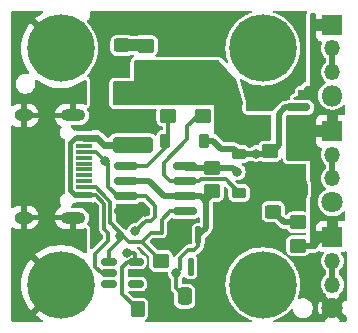
<source format=gbr>
%TF.GenerationSoftware,KiCad,Pcbnew,8.0.2*%
%TF.CreationDate,2024-05-15T22:33:18-04:00*%
%TF.ProjectId,USB-C-3-way-splitter,5553422d-432d-4332-9d77-61792d73706c,rev?*%
%TF.SameCoordinates,Original*%
%TF.FileFunction,Copper,L1,Top*%
%TF.FilePolarity,Positive*%
%FSLAX46Y46*%
G04 Gerber Fmt 4.6, Leading zero omitted, Abs format (unit mm)*
G04 Created by KiCad (PCBNEW 8.0.2) date 2024-05-15 22:33:18*
%MOMM*%
%LPD*%
G01*
G04 APERTURE LIST*
G04 Aperture macros list*
%AMRoundRect*
0 Rectangle with rounded corners*
0 $1 Rounding radius*
0 $2 $3 $4 $5 $6 $7 $8 $9 X,Y pos of 4 corners*
0 Add a 4 corners polygon primitive as box body*
4,1,4,$2,$3,$4,$5,$6,$7,$8,$9,$2,$3,0*
0 Add four circle primitives for the rounded corners*
1,1,$1+$1,$2,$3*
1,1,$1+$1,$4,$5*
1,1,$1+$1,$6,$7*
1,1,$1+$1,$8,$9*
0 Add four rect primitives between the rounded corners*
20,1,$1+$1,$2,$3,$4,$5,0*
20,1,$1+$1,$4,$5,$6,$7,0*
20,1,$1+$1,$6,$7,$8,$9,0*
20,1,$1+$1,$8,$9,$2,$3,0*%
G04 Aperture macros list end*
%TA.AperFunction,ComponentPad*%
%ADD10C,5.700000*%
%TD*%
%TA.AperFunction,SMDPad,CuDef*%
%ADD11RoundRect,0.250000X1.450000X-0.400000X1.450000X0.400000X-1.450000X0.400000X-1.450000X-0.400000X0*%
%TD*%
%TA.AperFunction,SMDPad,CuDef*%
%ADD12RoundRect,0.112500X0.112500X0.637500X-0.112500X0.637500X-0.112500X-0.637500X0.112500X-0.637500X0*%
%TD*%
%TA.AperFunction,SMDPad,CuDef*%
%ADD13RoundRect,0.250000X-0.350000X-0.450000X0.350000X-0.450000X0.350000X0.450000X-0.350000X0.450000X0*%
%TD*%
%TA.AperFunction,ComponentPad*%
%ADD14R,1.800000X1.800000*%
%TD*%
%TA.AperFunction,ComponentPad*%
%ADD15O,1.350000X1.350000*%
%TD*%
%TA.AperFunction,ComponentPad*%
%ADD16C,1.800000*%
%TD*%
%TA.AperFunction,SMDPad,CuDef*%
%ADD17RoundRect,0.150000X-0.825000X-0.150000X0.825000X-0.150000X0.825000X0.150000X-0.825000X0.150000X0*%
%TD*%
%TA.AperFunction,SMDPad,CuDef*%
%ADD18RoundRect,0.250000X-0.450000X0.350000X-0.450000X-0.350000X0.450000X-0.350000X0.450000X0.350000X0*%
%TD*%
%TA.AperFunction,SMDPad,CuDef*%
%ADD19RoundRect,0.250000X0.650000X-0.412500X0.650000X0.412500X-0.650000X0.412500X-0.650000X-0.412500X0*%
%TD*%
%TA.AperFunction,SMDPad,CuDef*%
%ADD20RoundRect,0.225000X0.225000X0.375000X-0.225000X0.375000X-0.225000X-0.375000X0.225000X-0.375000X0*%
%TD*%
%TA.AperFunction,SMDPad,CuDef*%
%ADD21RoundRect,0.250000X0.450000X-0.325000X0.450000X0.325000X-0.450000X0.325000X-0.450000X-0.325000X0*%
%TD*%
%TA.AperFunction,SMDPad,CuDef*%
%ADD22RoundRect,0.250000X-0.337500X-0.475000X0.337500X-0.475000X0.337500X0.475000X-0.337500X0.475000X0*%
%TD*%
%TA.AperFunction,ComponentPad*%
%ADD23O,1.800000X1.800000*%
%TD*%
%TA.AperFunction,SMDPad,CuDef*%
%ADD24RoundRect,0.162500X0.837500X0.162500X-0.837500X0.162500X-0.837500X-0.162500X0.837500X-0.162500X0*%
%TD*%
%TA.AperFunction,SMDPad,CuDef*%
%ADD25RoundRect,0.250000X0.450000X-0.350000X0.450000X0.350000X-0.450000X0.350000X-0.450000X-0.350000X0*%
%TD*%
%TA.AperFunction,SMDPad,CuDef*%
%ADD26RoundRect,0.250000X0.475000X-0.337500X0.475000X0.337500X-0.475000X0.337500X-0.475000X-0.337500X0*%
%TD*%
%TA.AperFunction,SMDPad,CuDef*%
%ADD27RoundRect,0.150000X-0.150000X-0.200000X0.150000X-0.200000X0.150000X0.200000X-0.150000X0.200000X0*%
%TD*%
%TA.AperFunction,SMDPad,CuDef*%
%ADD28RoundRect,0.150000X0.512500X0.150000X-0.512500X0.150000X-0.512500X-0.150000X0.512500X-0.150000X0*%
%TD*%
%TA.AperFunction,SMDPad,CuDef*%
%ADD29R,1.450000X0.600000*%
%TD*%
%TA.AperFunction,SMDPad,CuDef*%
%ADD30R,1.450000X0.300000*%
%TD*%
%TA.AperFunction,ComponentPad*%
%ADD31O,2.100000X1.000000*%
%TD*%
%TA.AperFunction,ComponentPad*%
%ADD32O,1.600000X1.000000*%
%TD*%
%TA.AperFunction,SMDPad,CuDef*%
%ADD33RoundRect,0.225000X-0.375000X0.225000X-0.375000X-0.225000X0.375000X-0.225000X0.375000X0.225000X0*%
%TD*%
%TA.AperFunction,SMDPad,CuDef*%
%ADD34RoundRect,0.250000X-0.650000X0.412500X-0.650000X-0.412500X0.650000X-0.412500X0.650000X0.412500X0*%
%TD*%
%TA.AperFunction,ViaPad*%
%ADD35C,0.800000*%
%TD*%
%TA.AperFunction,Conductor*%
%ADD36C,0.500000*%
%TD*%
%TA.AperFunction,Conductor*%
%ADD37C,1.000000*%
%TD*%
%TA.AperFunction,Conductor*%
%ADD38C,0.300000*%
%TD*%
%TA.AperFunction,Conductor*%
%ADD39C,0.450000*%
%TD*%
%TA.AperFunction,Conductor*%
%ADD40C,0.600000*%
%TD*%
G04 APERTURE END LIST*
D10*
%TO.P,H4,1,1*%
%TO.N,GNDPWR*%
X20100000Y-10000000D03*
%TD*%
D11*
%TO.P,F1,1*%
%TO.N,V-UNFUSED*%
X9100000Y1850000D03*
%TO.P,F1,2*%
%TO.N,VBUS*%
X9100000Y6300000D03*
%TD*%
D12*
%TO.P,D1,1,K*%
%TO.N,+1V2*%
X14650000Y-5840000D03*
%TO.P,D1,2,A*%
%TO.N,GND*%
X13350000Y-5840000D03*
%TO.P,D1,3*%
%TO.N,N/C*%
X14000000Y-8500000D03*
%TD*%
D13*
%TO.P,R1,1*%
%TO.N,CC1*%
X9500000Y-12100000D03*
%TO.P,R1,2*%
%TO.N,GND*%
X11500000Y-12100000D03*
%TD*%
D14*
%TO.P,J3,1,Pin_1*%
%TO.N,+5V*%
X26000000Y3000000D03*
D15*
%TO.P,J3,2,Pin_2*%
%TO.N,Net-(J3-Pin_2)*%
X26000000Y1000000D03*
%TO.P,J3,3,Pin_3*%
X26000000Y-1000000D03*
D16*
%TO.P,J3,4,Pin_4*%
%TO.N,GND*%
X26000000Y-3000000D03*
%TD*%
D10*
%TO.P,H2,1,1*%
%TO.N,GNDPWR*%
X3000000Y-10000000D03*
%TD*%
D17*
%TO.P,U1,1*%
%TO.N,Net-(D4-A)*%
X8525000Y5000D03*
%TO.P,U1,2,-*%
%TO.N,+1V2*%
X8525000Y-1265000D03*
%TO.P,U1,3,+*%
%TO.N,CC1*%
X8525000Y-2535000D03*
%TO.P,U1,4,V-*%
%TO.N,GND*%
X8525000Y-3805000D03*
%TO.P,U1,5,+*%
%TO.N,CC2*%
X13475000Y-3805000D03*
%TO.P,U1,6,-*%
%TO.N,+1V2*%
X13475000Y-2535000D03*
%TO.P,U1,7*%
%TO.N,Net-(D5-A)*%
X13475000Y-1265000D03*
%TO.P,U1,8,V+*%
%TO.N,VBUS*%
X13475000Y5000D03*
%TD*%
D18*
%TO.P,R3,1*%
%TO.N,VBUS*%
X15800000Y-100000D03*
%TO.P,R3,2*%
%TO.N,+1V2*%
X15800000Y-2100000D03*
%TD*%
%TO.P,R7,1*%
%TO.N,EN*%
X20700000Y1300000D03*
%TO.P,R7,2*%
%TO.N,GND*%
X20700000Y-700000D03*
%TD*%
D19*
%TO.P,C3,1*%
%TO.N,VBUS*%
X12600000Y8275000D03*
%TO.P,C3,2*%
%TO.N,GND*%
X12600000Y11400000D03*
%TD*%
D20*
%TO.P,D4,1,K*%
%TO.N,EN*%
X15150000Y2200000D03*
%TO.P,D4,2,A*%
%TO.N,Net-(D4-A)*%
X11850000Y2200000D03*
%TD*%
D21*
%TO.P,D2,1,K*%
%TO.N,GND*%
X8200000Y8200000D03*
%TO.P,D2,2,A*%
%TO.N,Net-(D2-A)*%
X8200000Y10250000D03*
%TD*%
D22*
%TO.P,C5,1*%
%TO.N,+1V2*%
X13500000Y-11000000D03*
%TO.P,C5,2*%
%TO.N,GND*%
X15575000Y-11000000D03*
%TD*%
D21*
%TO.P,D3,1,K*%
%TO.N,GND*%
X21000000Y-5875000D03*
%TO.P,D3,2,A*%
%TO.N,Net-(D3-A)*%
X21000000Y-3825000D03*
%TD*%
D14*
%TO.P,J2,1,Pin_1*%
%TO.N,+5V*%
X26000000Y12000000D03*
D15*
%TO.P,J2,2,Pin_2*%
%TO.N,Net-(J2-Pin_2)*%
X26000000Y10000000D03*
%TO.P,J2,3,Pin_3*%
X26000000Y8000000D03*
D23*
%TO.P,J2,4,Pin_4*%
%TO.N,GND*%
X26000000Y6000000D03*
%TD*%
D24*
%TO.P,U2,1,OUT*%
%TO.N,+5V*%
X23100000Y3100000D03*
%TO.P,U2,2,OUT*%
X23100000Y4050000D03*
%TO.P,U2,3,EN*%
%TO.N,EN*%
X23100000Y5000000D03*
%TO.P,U2,4,GND*%
%TO.N,GND*%
X19680000Y5000000D03*
%TO.P,U2,5,IN*%
%TO.N,VBUS*%
X19680000Y4050000D03*
%TO.P,U2,6,IN*%
X19680000Y3100000D03*
%TD*%
D18*
%TO.P,R6,1*%
%TO.N,VBUS*%
X12100000Y6300000D03*
%TO.P,R6,2*%
%TO.N,Net-(D4-A)*%
X12100000Y4300000D03*
%TD*%
D25*
%TO.P,R5,1*%
%TO.N,+5V*%
X23100000Y-6700000D03*
%TO.P,R5,2*%
%TO.N,Net-(D3-A)*%
X23100000Y-4700000D03*
%TD*%
D26*
%TO.P,C1,1*%
%TO.N,VBUS*%
X14900000Y8162500D03*
%TO.P,C1,2*%
%TO.N,GND*%
X14900000Y10237500D03*
%TD*%
D25*
%TO.P,R4,1*%
%TO.N,VBUS*%
X10200000Y8225000D03*
%TO.P,R4,2*%
%TO.N,Net-(D2-A)*%
X10200000Y10225000D03*
%TD*%
D10*
%TO.P,H1,1,1*%
%TO.N,GNDPWR*%
X3000000Y10000000D03*
%TD*%
D18*
%TO.P,R8,1*%
%TO.N,VBUS*%
X15000000Y6300000D03*
%TO.P,R8,2*%
%TO.N,Net-(D5-A)*%
X15000000Y4300000D03*
%TD*%
%TO.P,R2,1*%
%TO.N,CC2*%
X11500000Y-8000000D03*
%TO.P,R2,2*%
%TO.N,GND*%
X11500000Y-10000000D03*
%TD*%
D27*
%TO.P,D6,1,K*%
%TO.N,+5V*%
X23900000Y6500000D03*
%TO.P,D6,2,A*%
%TO.N,GND*%
X22500000Y6500000D03*
%TD*%
D28*
%TO.P,U3,1,IO1*%
%TO.N,unconnected-(U3-IO1-Pad1)*%
X9337500Y-9950000D03*
%TO.P,U3,2,VN*%
%TO.N,GND*%
X9337500Y-9000000D03*
%TO.P,U3,3,IO2*%
%TO.N,CC1*%
X9337500Y-8050000D03*
%TO.P,U3,4,IO3*%
%TO.N,CC2*%
X7062500Y-8050000D03*
%TO.P,U3,5,VP*%
%TO.N,V-UNFUSED*%
X7062500Y-9000000D03*
%TO.P,U3,6,IO4*%
%TO.N,unconnected-(U3-IO4-Pad6)*%
X7062500Y-9950000D03*
%TD*%
D29*
%TO.P,J1,A1,GND*%
%TO.N,GND*%
X4945000Y3250000D03*
%TO.P,J1,A4,VBUS*%
%TO.N,V-UNFUSED*%
X4945000Y2450000D03*
D30*
%TO.P,J1,A5,CC1*%
%TO.N,CC1*%
X4945000Y1250000D03*
%TO.P,J1,A6,D+*%
%TO.N,unconnected-(J1-D+-PadA6)*%
X4945000Y250000D03*
%TO.P,J1,A7,D-*%
%TO.N,unconnected-(J1-D--PadA7)*%
X4945000Y-250000D03*
%TO.P,J1,A8,SBU1*%
%TO.N,unconnected-(J1-SBU1-PadA8)*%
X4945000Y-1250000D03*
D29*
%TO.P,J1,A9,VBUS*%
%TO.N,V-UNFUSED*%
X4945000Y-2450000D03*
%TO.P,J1,A12,GND*%
%TO.N,GND*%
X4945000Y-3250000D03*
%TO.P,J1,B1,GND*%
X4945000Y-3250000D03*
%TO.P,J1,B4,VBUS*%
%TO.N,V-UNFUSED*%
X4945000Y-2450000D03*
D30*
%TO.P,J1,B5,CC2*%
%TO.N,CC2*%
X4945000Y-1750000D03*
%TO.P,J1,B6,D+*%
%TO.N,unconnected-(J1-D+-PadB6)*%
X4945000Y-750000D03*
%TO.P,J1,B7,D-*%
%TO.N,unconnected-(J1-D--PadB7)*%
X4945000Y750000D03*
%TO.P,J1,B8,SBU2*%
%TO.N,unconnected-(J1-SBU2-PadB8)*%
X4945000Y1750000D03*
D29*
%TO.P,J1,B9,VBUS*%
%TO.N,V-UNFUSED*%
X4945000Y2450000D03*
%TO.P,J1,B12,GND*%
%TO.N,GND*%
X4945000Y3250000D03*
D31*
%TO.P,J1,S1,SHIELD*%
%TO.N,GNDPWR*%
X4030000Y4320000D03*
D32*
X-150000Y4320000D03*
D31*
X4030000Y-4320000D03*
D32*
X-150000Y-4320000D03*
%TD*%
D10*
%TO.P,H3,1,1*%
%TO.N,GNDPWR*%
X20100000Y10000000D03*
%TD*%
D14*
%TO.P,J4,1,Pin_1*%
%TO.N,+5V*%
X26000000Y-6000000D03*
D15*
%TO.P,J4,2,Pin_2*%
%TO.N,Net-(J4-Pin_2)*%
X26000000Y-8000000D03*
%TO.P,J4,3,Pin_3*%
X26000000Y-10000000D03*
D16*
%TO.P,J4,4,Pin_4*%
%TO.N,GND*%
X26000000Y-12000000D03*
%TD*%
D33*
%TO.P,D5,1,K*%
%TO.N,EN*%
X18100000Y1050000D03*
%TO.P,D5,2,A*%
%TO.N,Net-(D5-A)*%
X18100000Y-2250000D03*
%TD*%
D34*
%TO.P,C2,1*%
%TO.N,+5V*%
X23000000Y1212500D03*
%TO.P,C2,2*%
%TO.N,GND*%
X23000000Y-1912500D03*
%TD*%
D35*
%TO.N,GND*%
X18175000Y-4725000D03*
X20000000Y6000000D03*
X10100000Y-3850000D03*
X19500000Y-1000000D03*
X16400000Y9950000D03*
X22850000Y-550000D03*
X16450000Y10900000D03*
X12600000Y10050000D03*
X21000000Y6000000D03*
X6200000Y3600000D03*
X15800000Y-6300000D03*
X5800000Y-4900000D03*
X12500000Y-5200000D03*
X16400000Y-8900000D03*
X10700000Y-11000000D03*
X5800000Y-3900000D03*
X19000000Y6000000D03*
X6100000Y4700000D03*
X6000000Y7500000D03*
X6000000Y-5900000D03*
%TO.N,VBUS*%
X17850000Y2800000D03*
X17950000Y-450000D03*
%TO.N,CC1*%
X9300000Y-5500000D03*
X6750000Y450000D03*
X8600000Y-7300000D03*
%TO.N,CC2*%
X8000000Y-5900000D03*
%TO.N,+1V2*%
X12775000Y-9025000D03*
%TO.N,EN*%
X19550000Y1100000D03*
%TD*%
D36*
%TO.N,GND*%
X8525000Y-3805000D02*
X10055000Y-3805000D01*
X10055000Y-3805000D02*
X10100000Y-3850000D01*
%TO.N,VBUS*%
X15800000Y-100000D02*
X17600000Y-100000D01*
X17600000Y-100000D02*
X17950000Y-450000D01*
X13580000Y-100000D02*
X13475000Y5000D01*
X15800000Y-100000D02*
X13580000Y-100000D01*
%TO.N,+5V*%
X25150000Y-6000000D02*
X26000000Y-6000000D01*
X23100000Y-6700000D02*
X24450000Y-6700000D01*
X24450000Y-6700000D02*
X25150000Y-6000000D01*
D37*
X26037500Y-6062500D02*
X26100000Y-6000000D01*
D38*
%TO.N,CC1*%
X6750000Y450000D02*
X6770000Y450000D01*
X10175000Y-4625000D02*
X9300000Y-5500000D01*
X9300000Y-7400000D02*
X9300000Y-8012500D01*
X9500000Y-12100000D02*
X8200000Y-10800000D01*
X6750000Y470000D02*
X6750000Y450000D01*
X4945000Y1250000D02*
X5970000Y1250000D01*
X5970000Y1250000D02*
X6750000Y470000D01*
X8600000Y-7300000D02*
X9200000Y-7300000D01*
X8200000Y-10800000D02*
X8200000Y-8500000D01*
X7835000Y-2535000D02*
X8525000Y-2535000D01*
X10625000Y-4625000D02*
X10175000Y-4625000D01*
X8650000Y-8050000D02*
X9337500Y-8050000D01*
X10185000Y-2535000D02*
X11000000Y-3350000D01*
X11000000Y-4250000D02*
X10625000Y-4625000D01*
X9200000Y-7300000D02*
X9300000Y-7400000D01*
X8525000Y-2535000D02*
X10185000Y-2535000D01*
X11000000Y-3350000D02*
X11000000Y-4250000D01*
X7000000Y-1700000D02*
X7835000Y-2535000D01*
X9300000Y-8012500D02*
X9337500Y-8050000D01*
X6770000Y450000D02*
X7000000Y220000D01*
X7000000Y220000D02*
X7000000Y-1700000D01*
X8200000Y-8500000D02*
X8650000Y-8050000D01*
%TO.N,CC2*%
X10600000Y-5600000D02*
X9850000Y-6350000D01*
X8300000Y-5900000D02*
X8750000Y-6350000D01*
X8000000Y-6200000D02*
X8000000Y-5900000D01*
X11500000Y-8000000D02*
X9850000Y-6350000D01*
X11550000Y-5600000D02*
X10600000Y-5600000D01*
X7300000Y-4900000D02*
X8300000Y-5900000D01*
X7300000Y-4900000D02*
X7200000Y-4800000D01*
X7062500Y-8050000D02*
X7062500Y-7137500D01*
X11550000Y-4500000D02*
X12245000Y-3805000D01*
X7062500Y-7137500D02*
X8000000Y-6200000D01*
X6950000Y-2750000D02*
X5950000Y-1750000D01*
X7200000Y-4800000D02*
X7200000Y-3000000D01*
X12245000Y-3805000D02*
X13475000Y-3805000D01*
X5950000Y-1750000D02*
X4945000Y-1750000D01*
X8000000Y-5900000D02*
X8300000Y-5900000D01*
X11550000Y-5600000D02*
X11550000Y-4500000D01*
X7200000Y-3000000D02*
X6950000Y-2750000D01*
X8300000Y-5900000D02*
X8300000Y-5900000D01*
X8750000Y-6350000D02*
X9850000Y-6350000D01*
D36*
%TO.N,+1V2*%
X14835000Y-2535000D02*
X15200000Y-2900000D01*
X11735000Y-2535000D02*
X13475000Y-2535000D01*
X15800000Y-2300000D02*
X15200000Y-2900000D01*
D38*
X13100000Y-8700000D02*
X13100000Y-7750000D01*
X14300000Y-7050000D02*
X14650000Y-6700000D01*
D36*
X13475000Y-2535000D02*
X14835000Y-2535000D01*
X15300000Y-3000000D02*
X15300000Y-5190000D01*
X15800000Y-2100000D02*
X15800000Y-2300000D01*
D38*
X12775000Y-10275000D02*
X13500000Y-11000000D01*
X12775000Y-9025000D02*
X13100000Y-8700000D01*
D36*
X10465000Y-1265000D02*
X11735000Y-2535000D01*
D38*
X13100000Y-7750000D02*
X13800000Y-7050000D01*
D36*
X15300000Y-5190000D02*
X14650000Y-5840000D01*
D38*
X12775000Y-9025000D02*
X12775000Y-10275000D01*
D36*
X15200000Y-2900000D02*
X15300000Y-3000000D01*
D38*
X14650000Y-6700000D02*
X14650000Y-5840000D01*
X13800000Y-7050000D02*
X14300000Y-7050000D01*
D36*
X8525000Y-1265000D02*
X10465000Y-1265000D01*
D37*
%TO.N,Net-(D2-A)*%
X10175000Y10250000D02*
X10200000Y10225000D01*
X8100000Y10250000D02*
X10175000Y10250000D01*
D36*
%TO.N,Net-(D3-A)*%
X23100000Y-4700000D02*
X21875000Y-4700000D01*
X21875000Y-4700000D02*
X21000000Y-3825000D01*
%TO.N,Net-(J3-Pin_2)*%
X26000000Y-1000000D02*
X26000000Y1000000D01*
%TO.N,Net-(J4-Pin_2)*%
X26000000Y-8000000D02*
X26000000Y-10000000D01*
%TO.N,EN*%
X19600000Y1050000D02*
X20700000Y1050000D01*
X16600000Y1500000D02*
X17650000Y1500000D01*
X20700000Y1050000D02*
X21000000Y1350000D01*
X21450000Y4450000D02*
X21450000Y1800000D01*
X23100000Y5000000D02*
X22000000Y5000000D01*
X21450000Y1800000D02*
X21000000Y1350000D01*
X15150000Y2200000D02*
X15900000Y2200000D01*
X19550000Y1100000D02*
X19600000Y1050000D01*
X17650000Y1500000D02*
X18100000Y1050000D01*
X15900000Y2200000D02*
X16600000Y1500000D01*
X22000000Y5000000D02*
X21450000Y4450000D01*
X18100000Y1050000D02*
X19500000Y1050000D01*
X18100000Y1050000D02*
X17950000Y1050000D01*
X19500000Y1050000D02*
X19550000Y1100000D01*
%TO.N,Net-(J2-Pin_2)*%
X26000000Y10000000D02*
X26000000Y8000000D01*
D38*
%TO.N,Net-(D4-A)*%
X10305000Y5000D02*
X8525000Y5000D01*
X11850000Y1550000D02*
X10305000Y5000D01*
X11850000Y2200000D02*
X11850000Y1550000D01*
X12100000Y4300000D02*
X12100000Y2450000D01*
X12100000Y2450000D02*
X11850000Y2200000D01*
%TO.N,Net-(D5-A)*%
X13700000Y3400000D02*
X13700000Y2300000D01*
X14900000Y-1100000D02*
X16950000Y-1100000D01*
X15400000Y4300000D02*
X14600000Y4300000D01*
X11700000Y300000D02*
X11700000Y-700000D01*
X16950000Y-1100000D02*
X18100000Y-2250000D01*
X11700000Y-700000D02*
X12265000Y-1265000D01*
X12265000Y-1265000D02*
X13475000Y-1265000D01*
X14600000Y4300000D02*
X13700000Y3400000D01*
X14735000Y-1265000D02*
X14900000Y-1100000D01*
X13700000Y2300000D02*
X11700000Y300000D01*
X13475000Y-1265000D02*
X14735000Y-1265000D01*
D39*
%TO.N,V-UNFUSED*%
X3750000Y2002972D02*
X4197028Y2450000D01*
D38*
X7000000Y-5600000D02*
X6700000Y-5300000D01*
D39*
X4197028Y2450000D02*
X4945000Y2450000D01*
X4197028Y-2450000D02*
X3750000Y-2002972D01*
D38*
X6700000Y-3139790D02*
X6010210Y-2450000D01*
X6458167Y-9000000D02*
X5929083Y-8470917D01*
X6700000Y-5300000D02*
X6700000Y-3139790D01*
X5929083Y-8470917D02*
X5929083Y-7370917D01*
X7062500Y-9000000D02*
X6458167Y-9000000D01*
D40*
X6050000Y2450000D02*
X4945000Y2450000D01*
D39*
X3750000Y-2002972D02*
X3750000Y2002972D01*
D38*
X6010210Y-2450000D02*
X4945000Y-2450000D01*
X7000000Y-6300000D02*
X7000000Y-5600000D01*
D40*
X9200000Y1850000D02*
X6650000Y1850000D01*
X6650000Y1850000D02*
X6050000Y2450000D01*
D38*
X5929083Y-7370917D02*
X7000000Y-6300000D01*
D39*
X4945000Y-2450000D02*
X4197028Y-2450000D01*
%TD*%
%TA.AperFunction,Conductor*%
%TO.N,VBUS*%
G36*
X16410771Y8980315D02*
G01*
X16437052Y8957655D01*
X17781718Y7420892D01*
X17807627Y7373302D01*
X18389221Y5337719D01*
X18388711Y5267852D01*
X18387035Y5262704D01*
X18382433Y5249551D01*
X18382432Y5249548D01*
X18379500Y5218275D01*
X18379500Y4781723D01*
X18382432Y4750450D01*
X18382432Y4750448D01*
X18428529Y4618714D01*
X18428534Y4618705D01*
X18511410Y4506411D01*
X18511411Y4506410D01*
X18623705Y4423534D01*
X18623714Y4423529D01*
X18755449Y4377432D01*
X18786724Y4374500D01*
X18786728Y4374500D01*
X20573276Y4374500D01*
X20604548Y4377432D01*
X20635046Y4388104D01*
X20704825Y4391665D01*
X20765452Y4356936D01*
X20797679Y4294943D01*
X20800000Y4271062D01*
X20800000Y2324500D01*
X20780315Y2257461D01*
X20727511Y2211706D01*
X20676000Y2200500D01*
X20206898Y2200500D01*
X20118436Y2189877D01*
X19977658Y2134361D01*
X19977657Y2134360D01*
X19977656Y2134360D01*
X19857077Y2042922D01*
X19765638Y1922341D01*
X19765637Y1922339D01*
X19748550Y1879010D01*
X19705644Y1823866D01*
X19639736Y1800673D01*
X19633196Y1800500D01*
X19464944Y1800500D01*
X19299775Y1759790D01*
X19149148Y1680734D01*
X19093782Y1631684D01*
X19030549Y1601963D01*
X19011555Y1600500D01*
X18949263Y1600500D01*
X18882224Y1620185D01*
X18856227Y1644238D01*
X18856072Y1644083D01*
X18852080Y1648074D01*
X18850460Y1649573D01*
X18850078Y1650078D01*
X18734975Y1737364D01*
X18600590Y1790359D01*
X18516144Y1800500D01*
X18516138Y1800500D01*
X18179387Y1800500D01*
X18112348Y1820185D01*
X18091706Y1836819D01*
X18049515Y1879010D01*
X17988015Y1940510D01*
X17862485Y2012984D01*
X17722475Y2050500D01*
X17722472Y2050500D01*
X16879386Y2050500D01*
X16812347Y2070185D01*
X16791705Y2086819D01*
X16548004Y2330520D01*
X16238015Y2640510D01*
X16112485Y2712984D01*
X16091908Y2718497D01*
X16032247Y2754861D01*
X16001717Y2817707D01*
X16000000Y2838272D01*
X16000000Y3895318D01*
X16000470Y3903194D01*
X16000279Y3903206D01*
X16000500Y3906896D01*
X16000500Y4693107D01*
X16000279Y4696799D01*
X16000471Y4696810D01*
X16000000Y4704683D01*
X16000000Y5200000D01*
X15504681Y5200000D01*
X15496805Y5200470D01*
X15496794Y5200279D01*
X15493103Y5200500D01*
X15493102Y5200500D01*
X14506898Y5200500D01*
X14506897Y5200500D01*
X14503206Y5200279D01*
X14503194Y5200470D01*
X14495319Y5200000D01*
X12604681Y5200000D01*
X12596805Y5200470D01*
X12596794Y5200279D01*
X12593103Y5200500D01*
X12593102Y5200500D01*
X11606898Y5200500D01*
X11606897Y5200500D01*
X11603206Y5200279D01*
X11603194Y5200470D01*
X11595319Y5200000D01*
X7524000Y5200000D01*
X7456961Y5219685D01*
X7411206Y5272489D01*
X7400000Y5324000D01*
X7400000Y7076000D01*
X7419685Y7143039D01*
X7472489Y7188794D01*
X7524000Y7200000D01*
X9200000Y7200000D01*
X9200000Y7820318D01*
X9200470Y7828194D01*
X9200279Y7828206D01*
X9200500Y7831896D01*
X9200500Y8568107D01*
X9200279Y8571799D01*
X9200471Y8571810D01*
X9200000Y8579683D01*
X9200000Y8876000D01*
X9219685Y8943039D01*
X9272489Y8988794D01*
X9324000Y9000000D01*
X16343732Y9000000D01*
X16410771Y8980315D01*
G37*
%TD.AperFunction*%
%TD*%
%TA.AperFunction,Conductor*%
%TO.N,+5V*%
G36*
X24543039Y12980315D02*
G01*
X24588794Y12927511D01*
X24600000Y12876000D01*
X24600000Y12500000D01*
X25666027Y12500000D01*
X25631592Y12480119D01*
X25519881Y12368408D01*
X25440889Y12231591D01*
X25400000Y12078991D01*
X25400000Y11921009D01*
X25440889Y11768409D01*
X25519881Y11631592D01*
X25631592Y11519881D01*
X25666027Y11500000D01*
X24600000Y11500000D01*
X24600000Y11052155D01*
X24606401Y10992627D01*
X24606403Y10992620D01*
X24656645Y10857913D01*
X24656649Y10857906D01*
X24742809Y10742812D01*
X24742812Y10742809D01*
X24857906Y10656649D01*
X24857913Y10656645D01*
X24992620Y10606403D01*
X24992626Y10606401D01*
X25023030Y10603132D01*
X25087580Y10576392D01*
X25127427Y10518998D01*
X25129918Y10449173D01*
X25119130Y10421391D01*
X25094396Y10375116D01*
X25038614Y10191229D01*
X25019780Y10000000D01*
X25038614Y9808770D01*
X25094396Y9624881D01*
X25184973Y9455424D01*
X25184977Y9455417D01*
X25306879Y9306879D01*
X25404165Y9227039D01*
X25443499Y9169293D01*
X25449500Y9131186D01*
X25449500Y8868812D01*
X25429815Y8801773D01*
X25404166Y8772960D01*
X25306880Y8693120D01*
X25306879Y8693119D01*
X25184977Y8544582D01*
X25184973Y8544575D01*
X25094396Y8375118D01*
X25038614Y8191229D01*
X25019780Y8000000D01*
X25038614Y7808770D01*
X25094396Y7624881D01*
X25184973Y7455424D01*
X25184977Y7455417D01*
X25306879Y7306879D01*
X25397902Y7232179D01*
X25437236Y7174433D01*
X25439107Y7104588D01*
X25402919Y7044820D01*
X25384514Y7030899D01*
X25273439Y6962125D01*
X25273437Y6962123D01*
X25109020Y6812238D01*
X24974943Y6634691D01*
X24974938Y6634683D01*
X24875775Y6435538D01*
X24875769Y6435523D01*
X24814885Y6221537D01*
X24814884Y6221535D01*
X24794357Y6000000D01*
X24794357Y5999999D01*
X24814884Y5778464D01*
X24814885Y5778462D01*
X24875769Y5564476D01*
X24875775Y5564461D01*
X24974938Y5365316D01*
X24974943Y5365308D01*
X25109020Y5187761D01*
X25273437Y5037876D01*
X25273439Y5037874D01*
X25462595Y4920754D01*
X25462601Y4920752D01*
X25509320Y4902653D01*
X25670060Y4840382D01*
X25888757Y4799500D01*
X25888759Y4799500D01*
X26111241Y4799500D01*
X26111243Y4799500D01*
X26329940Y4840382D01*
X26537401Y4920753D01*
X26537404Y4920754D01*
X26726560Y5037874D01*
X26726562Y5037876D01*
X26892462Y5189113D01*
X26955266Y5219730D01*
X27024653Y5211532D01*
X27078593Y5167122D01*
X27099961Y5100600D01*
X27100000Y5097476D01*
X27100000Y4521686D01*
X27080315Y4454647D01*
X27027511Y4408892D01*
X26962743Y4398397D01*
X26947841Y4399999D01*
X26947828Y4400000D01*
X26500000Y4400000D01*
X26500000Y3333973D01*
X26480119Y3368408D01*
X26368408Y3480119D01*
X26231591Y3559111D01*
X26078991Y3600000D01*
X25921009Y3600000D01*
X25768409Y3559111D01*
X25631592Y3480119D01*
X25519881Y3368408D01*
X25440889Y3231591D01*
X25400000Y3078991D01*
X25400000Y2921009D01*
X25440889Y2768409D01*
X25519881Y2631592D01*
X25631592Y2519881D01*
X25666027Y2500000D01*
X24600000Y2500000D01*
X24600000Y2052155D01*
X24606401Y1992627D01*
X24606403Y1992620D01*
X24656645Y1857913D01*
X24656649Y1857906D01*
X24742809Y1742812D01*
X24742812Y1742809D01*
X24857906Y1656649D01*
X24857913Y1656645D01*
X24992620Y1606403D01*
X24992626Y1606401D01*
X25023030Y1603132D01*
X25087580Y1576392D01*
X25127427Y1518998D01*
X25129918Y1449173D01*
X25119130Y1421391D01*
X25094396Y1375116D01*
X25038614Y1191229D01*
X25019780Y1000000D01*
X25038614Y808770D01*
X25094396Y624881D01*
X25184973Y455424D01*
X25184977Y455417D01*
X25306879Y306879D01*
X25404165Y227039D01*
X25443499Y169293D01*
X25449500Y131186D01*
X25449500Y-131186D01*
X25429815Y-198225D01*
X25404165Y-227039D01*
X25306879Y-306879D01*
X25184977Y-455417D01*
X25184973Y-455424D01*
X25094396Y-624881D01*
X25038614Y-808770D01*
X25019780Y-1000000D01*
X25038614Y-1191229D01*
X25094396Y-1375118D01*
X25184973Y-1544575D01*
X25184977Y-1544582D01*
X25306879Y-1693120D01*
X25397902Y-1767820D01*
X25437236Y-1825565D01*
X25439107Y-1895410D01*
X25402920Y-1955178D01*
X25384515Y-1969100D01*
X25273436Y-2037877D01*
X25109020Y-2187761D01*
X24974943Y-2365308D01*
X24974938Y-2365316D01*
X24875775Y-2564461D01*
X24875769Y-2564476D01*
X24814885Y-2778462D01*
X24814884Y-2778464D01*
X24794357Y-2999999D01*
X24794357Y-3000000D01*
X24814884Y-3221535D01*
X24814885Y-3221537D01*
X24875769Y-3435523D01*
X24875775Y-3435538D01*
X24974938Y-3634683D01*
X24974943Y-3634691D01*
X25109020Y-3812238D01*
X25273437Y-3962123D01*
X25273439Y-3962125D01*
X25462595Y-4079245D01*
X25462596Y-4079245D01*
X25462599Y-4079247D01*
X25670060Y-4159618D01*
X25888757Y-4200500D01*
X25888759Y-4200500D01*
X26111241Y-4200500D01*
X26111243Y-4200500D01*
X26329940Y-4159618D01*
X26537401Y-4079247D01*
X26726562Y-3962124D01*
X26890981Y-3812236D01*
X26890980Y-3812236D01*
X26892462Y-3810886D01*
X26955266Y-3780269D01*
X27024653Y-3788466D01*
X27078593Y-3832876D01*
X27099961Y-3899398D01*
X27100000Y-3902523D01*
X27100000Y-4478313D01*
X27080315Y-4545352D01*
X27027511Y-4591107D01*
X26962750Y-4601603D01*
X26947840Y-4600000D01*
X26500000Y-4600000D01*
X26500000Y-5666026D01*
X26480119Y-5631592D01*
X26368408Y-5519881D01*
X26231591Y-5440889D01*
X26078991Y-5400000D01*
X25921009Y-5400000D01*
X25768409Y-5440889D01*
X25631592Y-5519881D01*
X25519881Y-5631592D01*
X25440889Y-5768409D01*
X25400000Y-5921009D01*
X25400000Y-6078991D01*
X25440889Y-6231591D01*
X25519881Y-6368408D01*
X25631592Y-6480119D01*
X25666027Y-6500000D01*
X24600000Y-6500000D01*
X24600000Y-6876000D01*
X24580315Y-6943039D01*
X24527511Y-6988794D01*
X24476000Y-7000000D01*
X24224000Y-7000000D01*
X24156961Y-6980315D01*
X24111206Y-6927511D01*
X24100000Y-6876000D01*
X24100000Y-5104683D01*
X24100471Y-5096810D01*
X24100279Y-5096799D01*
X24100500Y-5093107D01*
X24100500Y-5052155D01*
X24600000Y-5052155D01*
X24600000Y-5500000D01*
X25500000Y-5500000D01*
X25500000Y-4600000D01*
X25052155Y-4600000D01*
X24992627Y-4606401D01*
X24992620Y-4606403D01*
X24857913Y-4656645D01*
X24857906Y-4656649D01*
X24742812Y-4742809D01*
X24742809Y-4742812D01*
X24656649Y-4857906D01*
X24656645Y-4857913D01*
X24606403Y-4992620D01*
X24606401Y-4992627D01*
X24600000Y-5052155D01*
X24100500Y-5052155D01*
X24100500Y-4306896D01*
X24100279Y-4303206D01*
X24100470Y-4303194D01*
X24100000Y-4295318D01*
X24100000Y-2684352D01*
X24119685Y-2617313D01*
X24125187Y-2609439D01*
X24134361Y-2597342D01*
X24189877Y-2456564D01*
X24200500Y-2368102D01*
X24200500Y-1456898D01*
X24189877Y-1368436D01*
X24134361Y-1227658D01*
X24134360Y-1227656D01*
X24134359Y-1227654D01*
X24125195Y-1215569D01*
X24100373Y-1150257D01*
X24100000Y-1140646D01*
X24100000Y500000D01*
X22224000Y500000D01*
X22156961Y519685D01*
X22111206Y572489D01*
X22100000Y624000D01*
X22100000Y3947844D01*
X24600000Y3947844D01*
X24600000Y3500000D01*
X25500000Y3500000D01*
X25500000Y4400000D01*
X25052172Y4400000D01*
X25052155Y4399999D01*
X24992627Y4393598D01*
X24992620Y4393596D01*
X24857913Y4343354D01*
X24857906Y4343350D01*
X24742812Y4257190D01*
X24742809Y4257187D01*
X24656649Y4142093D01*
X24656645Y4142086D01*
X24606403Y4007379D01*
X24606401Y4007372D01*
X24600000Y3947844D01*
X22100000Y3947844D01*
X22100000Y4250500D01*
X22119685Y4317539D01*
X22172489Y4363294D01*
X22224000Y4374500D01*
X23993276Y4374500D01*
X24024549Y4377432D01*
X24024551Y4377432D01*
X24156285Y4423529D01*
X24156294Y4423534D01*
X24268588Y4506410D01*
X24268589Y4506411D01*
X24351465Y4618705D01*
X24351466Y4618707D01*
X24351469Y4618711D01*
X24353555Y4624674D01*
X24397567Y4750448D01*
X24397567Y4750450D01*
X24400500Y4781723D01*
X24400500Y5218276D01*
X24397567Y5249549D01*
X24397567Y5249551D01*
X24351470Y5381285D01*
X24351469Y5381289D01*
X24268589Y5493589D01*
X24156289Y5576469D01*
X24086045Y5601048D01*
X24024550Y5622567D01*
X23993276Y5625500D01*
X23993272Y5625500D01*
X22816200Y5625500D01*
X22749161Y5645185D01*
X22703406Y5697989D01*
X22693462Y5767147D01*
X22722487Y5830703D01*
X22775245Y5866541D01*
X22862880Y5897206D01*
X22862882Y5897207D01*
X22972150Y5977850D01*
X23052793Y6087118D01*
X23064006Y6119163D01*
X23097646Y6215298D01*
X23097646Y6215300D01*
X23100500Y6245730D01*
X23100500Y6376000D01*
X23120185Y6443039D01*
X23172989Y6488794D01*
X23224500Y6500000D01*
X24100000Y6500000D01*
X24100000Y12876000D01*
X24119685Y12943039D01*
X24172489Y12988794D01*
X24224000Y13000000D01*
X24476000Y13000000D01*
X24543039Y12980315D01*
G37*
%TD.AperFunction*%
%TA.AperFunction,Conductor*%
G36*
X26500000Y-6376000D02*
G01*
X26480315Y-6443039D01*
X26427511Y-6488794D01*
X26376000Y-6500000D01*
X26333973Y-6500000D01*
X26368408Y-6480119D01*
X26480119Y-6368408D01*
X26500000Y-6333973D01*
X26500000Y-6376000D01*
G37*
%TD.AperFunction*%
%TA.AperFunction,Conductor*%
G36*
X26500000Y2624000D02*
G01*
X26480315Y2556961D01*
X26427511Y2511206D01*
X26376000Y2500000D01*
X26333973Y2500000D01*
X26368408Y2519881D01*
X26480119Y2631592D01*
X26500000Y2666026D01*
X26500000Y2624000D01*
G37*
%TD.AperFunction*%
%TA.AperFunction,Conductor*%
G36*
X26500000Y11624000D02*
G01*
X26480315Y11556961D01*
X26427511Y11511206D01*
X26376000Y11500000D01*
X26333973Y11500000D01*
X26368408Y11519881D01*
X26480119Y11631592D01*
X26500000Y11666026D01*
X26500000Y11624000D01*
G37*
%TD.AperFunction*%
%TA.AperFunction,Conductor*%
G36*
X26443039Y12480315D02*
G01*
X26488794Y12427511D01*
X26500000Y12376000D01*
X26500000Y12333973D01*
X26480119Y12368408D01*
X26368408Y12480119D01*
X26333973Y12500000D01*
X26376000Y12500000D01*
X26443039Y12480315D01*
G37*
%TD.AperFunction*%
%TD*%
%TA.AperFunction,Conductor*%
%TO.N,GNDPWR*%
G36*
X1441011Y13179815D02*
G01*
X1486766Y13127011D01*
X1496710Y13057853D01*
X1467685Y12994297D01*
X1430975Y12966679D01*
X1431501Y12965689D01*
X1428522Y12964109D01*
X1117282Y12776843D01*
X1117266Y12776832D01*
X828071Y12556993D01*
X828070Y12556992D01*
X811888Y12541664D01*
X811888Y12541662D01*
X2059300Y11294250D01*
X1957670Y11220412D01*
X1779588Y11042330D01*
X1705747Y10940697D01*
X460970Y12185475D01*
X460969Y12185475D01*
X329177Y12030319D01*
X329170Y12030309D01*
X125318Y11729651D01*
X125316Y11729647D01*
X-44838Y11408702D01*
X-44847Y11408684D01*
X-179302Y11071227D01*
X-179304Y11071220D01*
X-276480Y10721222D01*
X-276482Y10721214D01*
X-335253Y10362728D01*
X-354920Y10000002D01*
X-354920Y9999997D01*
X-335253Y9637271D01*
X-276482Y9278785D01*
X-276480Y9278777D01*
X-179304Y8928779D01*
X-179302Y8928772D01*
X-44847Y8591315D01*
X-44838Y8591297D01*
X125316Y8270352D01*
X125318Y8270348D01*
X307198Y8002096D01*
X328527Y7935562D01*
X310499Y7868058D01*
X258838Y7821017D01*
X189945Y7809374D01*
X180373Y7810892D01*
X81799Y7830500D01*
X81797Y7830500D01*
X-81797Y7830500D01*
X-81799Y7830500D01*
X-180372Y7810892D01*
X-242248Y7798584D01*
X-393389Y7735979D01*
X-529413Y7645091D01*
X-645091Y7529413D01*
X-735979Y7393389D01*
X-798584Y7242248D01*
X-798585Y7242242D01*
X-830500Y7081799D01*
X-830500Y6918200D01*
X-823569Y6883359D01*
X-798584Y6757752D01*
X-753951Y6650000D01*
X-735980Y6606613D01*
X-735975Y6606604D01*
X-645091Y6470587D01*
X-645088Y6470583D01*
X-529416Y6354911D01*
X-529412Y6354908D01*
X-393395Y6264024D01*
X-393386Y6264019D01*
X-242248Y6201416D01*
X-242242Y6201414D01*
X-81799Y6169500D01*
X-81797Y6169500D01*
X81799Y6169500D01*
X242242Y6201414D01*
X242248Y6201416D01*
X393386Y6264019D01*
X393395Y6264024D01*
X529412Y6354908D01*
X529416Y6354911D01*
X645088Y6470583D01*
X645091Y6470587D01*
X735975Y6606604D01*
X735980Y6606613D01*
X753951Y6650000D01*
X798584Y6757752D01*
X823569Y6883359D01*
X830500Y6918200D01*
X830500Y7081799D01*
X810121Y7184248D01*
X816348Y7253840D01*
X859211Y7309017D01*
X925100Y7332262D01*
X993097Y7316195D01*
X1006779Y7307156D01*
X1117266Y7223167D01*
X1117282Y7223156D01*
X1428522Y7035890D01*
X1428535Y7035883D01*
X1758205Y6883360D01*
X1758210Y6883359D01*
X2102461Y6767367D01*
X2457235Y6689275D01*
X2818366Y6650000D01*
X3181633Y6650000D01*
X3542764Y6689275D01*
X3897538Y6767367D01*
X4241789Y6883359D01*
X4241794Y6883360D01*
X4571464Y7035883D01*
X4571477Y7035890D01*
X4882717Y7223156D01*
X4882733Y7223167D01*
X5000959Y7313039D01*
X5066241Y7337938D01*
X5134622Y7323591D01*
X5184391Y7274552D01*
X5200000Y7214323D01*
X5200000Y5331159D01*
X5180315Y5264120D01*
X5127511Y5218365D01*
X5058353Y5208421D01*
X5028547Y5216598D01*
X4871689Y5281570D01*
X4871681Y5281572D01*
X4678495Y5319999D01*
X4678492Y5320000D01*
X4280000Y5320000D01*
X4280000Y4620000D01*
X3780000Y4620000D01*
X3780000Y5320000D01*
X3381508Y5320000D01*
X3381504Y5319999D01*
X3188318Y5281572D01*
X3188306Y5281569D01*
X3006328Y5206192D01*
X3006315Y5206185D01*
X2842537Y5096751D01*
X2842533Y5096748D01*
X2703251Y4957466D01*
X2703248Y4957462D01*
X2593814Y4793684D01*
X2593807Y4793671D01*
X2518430Y4611692D01*
X2518430Y4611690D01*
X2510138Y4570000D01*
X3313012Y4570000D01*
X3295795Y4560060D01*
X3239940Y4504205D01*
X3200444Y4435796D01*
X3180000Y4359496D01*
X3180000Y4280504D01*
X3200444Y4204204D01*
X3239940Y4135795D01*
X3295795Y4079940D01*
X3313012Y4070000D01*
X2510138Y4070000D01*
X2518430Y4028309D01*
X2518430Y4028307D01*
X2593807Y3846328D01*
X2593814Y3846315D01*
X2703248Y3682537D01*
X2703251Y3682533D01*
X2842536Y3543248D01*
X3011387Y3430427D01*
X3009889Y3428185D01*
X3051323Y3386789D01*
X3066206Y3318523D01*
X3041819Y3253047D01*
X3040892Y3251824D01*
X3036283Y3245818D01*
X2959993Y3113681D01*
X2959992Y3113678D01*
X2920500Y2966293D01*
X2920500Y2813707D01*
X2935611Y2757314D01*
X2959993Y2666318D01*
X3036282Y2534182D01*
X3036287Y2534176D01*
X3144176Y2426287D01*
X3144182Y2426282D01*
X3276318Y2349993D01*
X3276327Y2349989D01*
X3278464Y2349417D01*
X3280061Y2348443D01*
X3283826Y2346884D01*
X3283582Y2346296D01*
X3338122Y2313048D01*
X3368647Y2250199D01*
X3360347Y2180824D01*
X3353747Y2167642D01*
X3353497Y2167209D01*
X3324500Y2058990D01*
X3324500Y-1946954D01*
X3324500Y-2058990D01*
X3329223Y-2076614D01*
X3353497Y-2167208D01*
X3353498Y-2167211D01*
X3353747Y-2167642D01*
X3353846Y-2168051D01*
X3356608Y-2174719D01*
X3355568Y-2175149D01*
X3370222Y-2235541D01*
X3347372Y-2301569D01*
X3292452Y-2344761D01*
X3278464Y-2349417D01*
X3276327Y-2349989D01*
X3276318Y-2349993D01*
X3144182Y-2426282D01*
X3144176Y-2426287D01*
X3036287Y-2534176D01*
X3036282Y-2534182D01*
X2959993Y-2666318D01*
X2959992Y-2666322D01*
X2920500Y-2813707D01*
X2920500Y-2966293D01*
X2959992Y-3113678D01*
X2959993Y-3113681D01*
X3036283Y-3245818D01*
X3040892Y-3251824D01*
X3066088Y-3316993D01*
X3052051Y-3385438D01*
X3010060Y-3428441D01*
X3011387Y-3430427D01*
X2842536Y-3543248D01*
X2703251Y-3682533D01*
X2703248Y-3682537D01*
X2593814Y-3846315D01*
X2593807Y-3846328D01*
X2518430Y-4028307D01*
X2518430Y-4028309D01*
X2510138Y-4070000D01*
X3313012Y-4070000D01*
X3295795Y-4079940D01*
X3239940Y-4135795D01*
X3200444Y-4204204D01*
X3180000Y-4280504D01*
X3180000Y-4359496D01*
X3200444Y-4435796D01*
X3239940Y-4504205D01*
X3295795Y-4560060D01*
X3313012Y-4570000D01*
X2510138Y-4570000D01*
X2518430Y-4611690D01*
X2518430Y-4611692D01*
X2593807Y-4793671D01*
X2593814Y-4793684D01*
X2703248Y-4957462D01*
X2703251Y-4957466D01*
X2842533Y-5096748D01*
X2842537Y-5096751D01*
X3006315Y-5206185D01*
X3006328Y-5206192D01*
X3188306Y-5281569D01*
X3188318Y-5281572D01*
X3381504Y-5319999D01*
X3381508Y-5320000D01*
X3780000Y-5320000D01*
X3780000Y-4620000D01*
X4280000Y-4620000D01*
X4280000Y-5320000D01*
X4678492Y-5320000D01*
X4678495Y-5319999D01*
X4871681Y-5281572D01*
X4871689Y-5281570D01*
X5028547Y-5216598D01*
X5098017Y-5209129D01*
X5160496Y-5240404D01*
X5196148Y-5300493D01*
X5200000Y-5331159D01*
X5200000Y-7214323D01*
X5180315Y-7281362D01*
X5127511Y-7327117D01*
X5058353Y-7337061D01*
X5000959Y-7313039D01*
X4882733Y-7223167D01*
X4882717Y-7223156D01*
X4571477Y-7035890D01*
X4571464Y-7035883D01*
X4241794Y-6883360D01*
X4241789Y-6883359D01*
X3897538Y-6767367D01*
X3542764Y-6689275D01*
X3181633Y-6650000D01*
X2818366Y-6650000D01*
X2457235Y-6689275D01*
X2102461Y-6767367D01*
X1758210Y-6883359D01*
X1758205Y-6883360D01*
X1428535Y-7035883D01*
X1428522Y-7035890D01*
X1117282Y-7223156D01*
X1117266Y-7223167D01*
X828075Y-7443002D01*
X811888Y-7458335D01*
X811887Y-7458335D01*
X2059301Y-8705748D01*
X1957670Y-8779588D01*
X1779588Y-8957670D01*
X1705748Y-9059300D01*
X460970Y-7814522D01*
X460969Y-7814523D01*
X329177Y-7969680D01*
X329170Y-7969690D01*
X125318Y-8270348D01*
X125316Y-8270352D01*
X-44838Y-8591297D01*
X-44847Y-8591315D01*
X-179302Y-8928772D01*
X-179304Y-8928779D01*
X-276480Y-9278777D01*
X-276482Y-9278785D01*
X-335253Y-9637271D01*
X-354920Y-9999997D01*
X-354920Y-10000002D01*
X-335253Y-10362728D01*
X-276482Y-10721214D01*
X-276480Y-10721222D01*
X-179304Y-11071220D01*
X-179302Y-11071227D01*
X-44847Y-11408684D01*
X-44838Y-11408702D01*
X125316Y-11729647D01*
X125318Y-11729651D01*
X329170Y-12030309D01*
X329177Y-12030319D01*
X460969Y-12185475D01*
X460970Y-12185475D01*
X1705748Y-10940698D01*
X1779588Y-11042330D01*
X1957670Y-11220412D01*
X2059299Y-11294250D01*
X811888Y-12541662D01*
X811888Y-12541664D01*
X828070Y-12556992D01*
X828071Y-12556993D01*
X1117266Y-12776832D01*
X1117282Y-12776843D01*
X1428522Y-12964109D01*
X1431501Y-12965689D01*
X1430755Y-12967094D01*
X1478608Y-13008962D01*
X1497971Y-13076095D01*
X1477964Y-13143040D01*
X1424941Y-13188540D01*
X1373972Y-13199500D01*
X-990243Y-13199500D01*
X-1009638Y-13197973D01*
X-1025888Y-13195399D01*
X-1042250Y-13192808D01*
X-1079144Y-13180821D01*
X-1099762Y-13170316D01*
X-1131150Y-13147511D01*
X-1147511Y-13131150D01*
X-1170316Y-13099762D01*
X-1180821Y-13079144D01*
X-1192808Y-13042250D01*
X-1197973Y-13009642D01*
X-1199500Y-12990243D01*
X-1199500Y-5253878D01*
X-1179815Y-5186839D01*
X-1127011Y-5141084D01*
X-1057853Y-5131140D01*
X-1006609Y-5150776D01*
X-923683Y-5206185D01*
X-923671Y-5206192D01*
X-741693Y-5281569D01*
X-741681Y-5281572D01*
X-548495Y-5319999D01*
X-548492Y-5320000D01*
X-400000Y-5320000D01*
X-400000Y-4620000D01*
X100000Y-4620000D01*
X100000Y-5320000D01*
X248492Y-5320000D01*
X248495Y-5319999D01*
X441681Y-5281572D01*
X441693Y-5281569D01*
X623671Y-5206192D01*
X623684Y-5206185D01*
X787462Y-5096751D01*
X787466Y-5096748D01*
X926748Y-4957466D01*
X926751Y-4957462D01*
X1036185Y-4793684D01*
X1036192Y-4793671D01*
X1111569Y-4611692D01*
X1111569Y-4611690D01*
X1119862Y-4570000D01*
X316988Y-4570000D01*
X334205Y-4560060D01*
X390060Y-4504205D01*
X429556Y-4435796D01*
X450000Y-4359496D01*
X450000Y-4280504D01*
X429556Y-4204204D01*
X390060Y-4135795D01*
X334205Y-4079940D01*
X316988Y-4070000D01*
X1119862Y-4070000D01*
X1111569Y-4028309D01*
X1111569Y-4028307D01*
X1036192Y-3846328D01*
X1036185Y-3846315D01*
X926751Y-3682537D01*
X926748Y-3682533D01*
X787466Y-3543251D01*
X787462Y-3543248D01*
X623684Y-3433814D01*
X623671Y-3433807D01*
X441693Y-3358430D01*
X441681Y-3358427D01*
X248495Y-3320000D01*
X100000Y-3320000D01*
X100000Y-4020000D01*
X-400000Y-4020000D01*
X-400000Y-3320000D01*
X-548495Y-3320000D01*
X-741681Y-3358427D01*
X-741693Y-3358430D01*
X-923671Y-3433807D01*
X-923684Y-3433814D01*
X-1006609Y-3489223D01*
X-1073287Y-3510101D01*
X-1140667Y-3491616D01*
X-1187357Y-3439637D01*
X-1199500Y-3386121D01*
X-1199500Y3386121D01*
X-1179815Y3453160D01*
X-1127011Y3498915D01*
X-1057853Y3508859D01*
X-1006609Y3489223D01*
X-923684Y3433814D01*
X-923671Y3433807D01*
X-741693Y3358430D01*
X-741681Y3358427D01*
X-548495Y3320000D01*
X-400000Y3320000D01*
X-400000Y4020000D01*
X100000Y4020000D01*
X100000Y3320000D01*
X248495Y3320000D01*
X441681Y3358427D01*
X441693Y3358430D01*
X623671Y3433807D01*
X623684Y3433814D01*
X787462Y3543248D01*
X787466Y3543251D01*
X926748Y3682533D01*
X926751Y3682537D01*
X1036185Y3846315D01*
X1036192Y3846328D01*
X1111569Y4028307D01*
X1111569Y4028309D01*
X1119862Y4070000D01*
X316988Y4070000D01*
X334205Y4079940D01*
X390060Y4135795D01*
X429556Y4204204D01*
X450000Y4280504D01*
X450000Y4359496D01*
X429556Y4435796D01*
X390060Y4504205D01*
X334205Y4560060D01*
X316988Y4570000D01*
X1119862Y4570000D01*
X1111569Y4611690D01*
X1111569Y4611692D01*
X1036192Y4793671D01*
X1036185Y4793684D01*
X926751Y4957462D01*
X926748Y4957466D01*
X787466Y5096748D01*
X787462Y5096751D01*
X623684Y5206185D01*
X623671Y5206192D01*
X441693Y5281569D01*
X441681Y5281572D01*
X248495Y5319999D01*
X248492Y5320000D01*
X100000Y5320000D01*
X100000Y4620000D01*
X-400000Y4620000D01*
X-400000Y5320000D01*
X-548492Y5320000D01*
X-548495Y5319999D01*
X-741681Y5281572D01*
X-741693Y5281569D01*
X-923671Y5206192D01*
X-923683Y5206185D01*
X-1006609Y5150776D01*
X-1073286Y5129898D01*
X-1140666Y5148382D01*
X-1187357Y5200361D01*
X-1199500Y5253878D01*
X-1199500Y12990244D01*
X-1197973Y13009643D01*
X-1192808Y13042251D01*
X-1180820Y13079147D01*
X-1170315Y13099764D01*
X-1147511Y13131150D01*
X-1131150Y13147511D01*
X-1099762Y13170316D01*
X-1079144Y13180821D01*
X-1042250Y13192808D01*
X-1025888Y13195399D01*
X-1009638Y13197973D01*
X-990243Y13199500D01*
X1373972Y13199500D01*
X1441011Y13179815D01*
G37*
%TD.AperFunction*%
%TD*%
%TA.AperFunction,Conductor*%
%TO.N,GND*%
G36*
X21730300Y690958D02*
G01*
X21779052Y653987D01*
X21796217Y608033D01*
X21801483Y559048D01*
X21812681Y507574D01*
X21812686Y507554D01*
X21812688Y507548D01*
X21823646Y469342D01*
X21831028Y456719D01*
X21880327Y372426D01*
X21926079Y319625D01*
X21926080Y319624D01*
X21970814Y277446D01*
X22070885Y226562D01*
X22070892Y226559D01*
X22137921Y206877D01*
X22137931Y206875D01*
X22206629Y196997D01*
X22224000Y194500D01*
X23695500Y194500D01*
X23753691Y175593D01*
X23789655Y126093D01*
X23794500Y95500D01*
X23794500Y-1140666D01*
X23794728Y-1152448D01*
X23795103Y-1162105D01*
X23814802Y-1258789D01*
X23839476Y-1323713D01*
X23839624Y-1324101D01*
X23843005Y-1330202D01*
X23851657Y-1345817D01*
X23857158Y-1357479D01*
X23886569Y-1432059D01*
X23892766Y-1456573D01*
X23894294Y-1469296D01*
X23895000Y-1481101D01*
X23895000Y-2343897D01*
X23894293Y-2355709D01*
X23892764Y-2368433D01*
X23886569Y-2392939D01*
X23858444Y-2464260D01*
X23855587Y-2470802D01*
X23826562Y-2531236D01*
X23826561Y-2531237D01*
X23806877Y-2598273D01*
X23806875Y-2598283D01*
X23794500Y-2684352D01*
X23794500Y-3712085D01*
X23775593Y-3770276D01*
X23726093Y-3806240D01*
X23683696Y-3810379D01*
X23593106Y-3799500D01*
X23593102Y-3799500D01*
X22606898Y-3799500D01*
X22606893Y-3799500D01*
X22518434Y-3810123D01*
X22377660Y-3865637D01*
X22377656Y-3865640D01*
X22257081Y-3957075D01*
X22257078Y-3957078D01*
X22178382Y-4060852D01*
X22128157Y-4095794D01*
X22066984Y-4094540D01*
X22018232Y-4057569D01*
X22000500Y-4001032D01*
X22000500Y-3456899D01*
X22000499Y-3456893D01*
X21989877Y-3368436D01*
X21934361Y-3227658D01*
X21842922Y-3107078D01*
X21722342Y-3015639D01*
X21722341Y-3015638D01*
X21722339Y-3015637D01*
X21581565Y-2960123D01*
X21493106Y-2949500D01*
X21493102Y-2949500D01*
X20506898Y-2949500D01*
X20506893Y-2949500D01*
X20418434Y-2960123D01*
X20277660Y-3015637D01*
X20277656Y-3015640D01*
X20157081Y-3107075D01*
X20157075Y-3107081D01*
X20065640Y-3227656D01*
X20065637Y-3227660D01*
X20010123Y-3368434D01*
X19999500Y-3456893D01*
X19999500Y-4193106D01*
X20010123Y-4281565D01*
X20065637Y-4422339D01*
X20065638Y-4422341D01*
X20065639Y-4422342D01*
X20157078Y-4542922D01*
X20277658Y-4634361D01*
X20277659Y-4634361D01*
X20277660Y-4634362D01*
X20336603Y-4657606D01*
X20418436Y-4689877D01*
X20506898Y-4700500D01*
X21055967Y-4700500D01*
X21114158Y-4719407D01*
X21125970Y-4729496D01*
X21332419Y-4935944D01*
X21536985Y-5140510D01*
X21662515Y-5212984D01*
X21802525Y-5250500D01*
X21802526Y-5250500D01*
X21947474Y-5250500D01*
X22069929Y-5250500D01*
X22128120Y-5269407D01*
X22162026Y-5313180D01*
X22164425Y-5319265D01*
X22165639Y-5322342D01*
X22257078Y-5442922D01*
X22377658Y-5534361D01*
X22377659Y-5534361D01*
X22377660Y-5534362D01*
X22448047Y-5562119D01*
X22518436Y-5589877D01*
X22606898Y-5600500D01*
X22606900Y-5600500D01*
X23593100Y-5600500D01*
X23593102Y-5600500D01*
X23681564Y-5589877D01*
X23681567Y-5589875D01*
X23683695Y-5589620D01*
X23743725Y-5601454D01*
X23785335Y-5646312D01*
X23794500Y-5687914D01*
X23794500Y-5712085D01*
X23775593Y-5770276D01*
X23726093Y-5806240D01*
X23683696Y-5810379D01*
X23593106Y-5799500D01*
X23593102Y-5799500D01*
X22606898Y-5799500D01*
X22606893Y-5799500D01*
X22518434Y-5810123D01*
X22377660Y-5865637D01*
X22377656Y-5865640D01*
X22257081Y-5957075D01*
X22257075Y-5957081D01*
X22165640Y-6077656D01*
X22165637Y-6077660D01*
X22110123Y-6218434D01*
X22099500Y-6306893D01*
X22099500Y-7093106D01*
X22110123Y-7181565D01*
X22165637Y-7322339D01*
X22165638Y-7322341D01*
X22165639Y-7322342D01*
X22199833Y-7367434D01*
X22248746Y-7431935D01*
X22257898Y-7458257D01*
X22298226Y-7474126D01*
X22377658Y-7534361D01*
X22377660Y-7534361D01*
X22377660Y-7534362D01*
X22417536Y-7550087D01*
X22518436Y-7589877D01*
X22606898Y-7600500D01*
X22606900Y-7600500D01*
X23593100Y-7600500D01*
X23593102Y-7600500D01*
X23681564Y-7589877D01*
X23822342Y-7534361D01*
X23942922Y-7442922D01*
X24030085Y-7327979D01*
X24080310Y-7293038D01*
X24134371Y-7292822D01*
X24134470Y-7292372D01*
X24136504Y-7292814D01*
X24136868Y-7292813D01*
X24137586Y-7293023D01*
X24137928Y-7293124D01*
X24224000Y-7305500D01*
X24224001Y-7305500D01*
X24475996Y-7305500D01*
X24476000Y-7305500D01*
X24540941Y-7298518D01*
X24540949Y-7298516D01*
X24540951Y-7298516D01*
X24592425Y-7287318D01*
X24592426Y-7287317D01*
X24592452Y-7287312D01*
X24630658Y-7276354D01*
X24727571Y-7219675D01*
X24780375Y-7173920D01*
X24792340Y-7161229D01*
X24846014Y-7131861D01*
X24906701Y-7139650D01*
X24920320Y-7147469D01*
X24927233Y-7152204D01*
X24927235Y-7152206D01*
X25030009Y-7197585D01*
X25055135Y-7200500D01*
X25184867Y-7200499D01*
X25243056Y-7219406D01*
X25279020Y-7268906D01*
X25279021Y-7330091D01*
X25261395Y-7362303D01*
X25184975Y-7455421D01*
X25184969Y-7455430D01*
X25094397Y-7624880D01*
X25094395Y-7624885D01*
X25038614Y-7808768D01*
X25038613Y-7808773D01*
X25019780Y-7999996D01*
X25019780Y-8000003D01*
X25038613Y-8191226D01*
X25038614Y-8191231D01*
X25094395Y-8375114D01*
X25094397Y-8375119D01*
X25184969Y-8544569D01*
X25184975Y-8544578D01*
X25184977Y-8544581D01*
X25248791Y-8622339D01*
X25306877Y-8693117D01*
X25306878Y-8693118D01*
X25306880Y-8693120D01*
X25413305Y-8780461D01*
X25446292Y-8831991D01*
X25449500Y-8856988D01*
X25449500Y-9143010D01*
X25430593Y-9201201D01*
X25413306Y-9219537D01*
X25317891Y-9297844D01*
X25306879Y-9306881D01*
X25306875Y-9306885D01*
X25184976Y-9455420D01*
X25184969Y-9455430D01*
X25094397Y-9624880D01*
X25094395Y-9624885D01*
X25038614Y-9808768D01*
X25038613Y-9808773D01*
X25019780Y-9999996D01*
X25019780Y-10000003D01*
X25038613Y-10191226D01*
X25038614Y-10191231D01*
X25094395Y-10375114D01*
X25094397Y-10375119D01*
X25184969Y-10544569D01*
X25184975Y-10544578D01*
X25184977Y-10544581D01*
X25234196Y-10604555D01*
X25306875Y-10693115D01*
X25306884Y-10693124D01*
X25425333Y-10790332D01*
X25458320Y-10841863D01*
X25454718Y-10902942D01*
X25415903Y-10950239D01*
X25414645Y-10951031D01*
X25390343Y-10966078D01*
X25844709Y-11420444D01*
X25768409Y-11440889D01*
X25631592Y-11519881D01*
X25519881Y-11631592D01*
X25440889Y-11768409D01*
X25420444Y-11844709D01*
X24964045Y-11388310D01*
X24964044Y-11388310D01*
X24876240Y-11564647D01*
X24815379Y-11778554D01*
X24794859Y-12000000D01*
X24815379Y-12221445D01*
X24876240Y-12435350D01*
X24964044Y-12611688D01*
X24964045Y-12611688D01*
X25420443Y-12155289D01*
X25440889Y-12231591D01*
X25519881Y-12368408D01*
X25631592Y-12480119D01*
X25768409Y-12559111D01*
X25844708Y-12579555D01*
X25390342Y-13033921D01*
X25392491Y-13052446D01*
X25401454Y-13063039D01*
X25405971Y-13124057D01*
X25373761Y-13176077D01*
X25317125Y-13199230D01*
X25309815Y-13199500D01*
X21075945Y-13199500D01*
X21017754Y-13180593D01*
X20981790Y-13131093D01*
X20981790Y-13069907D01*
X21017754Y-13020407D01*
X21048538Y-13005369D01*
X21067174Y-13000000D01*
X21142184Y-12978390D01*
X21469105Y-12842975D01*
X21778808Y-12671808D01*
X22067400Y-12467041D01*
X22331250Y-12231250D01*
X22500025Y-12042389D01*
X22552898Y-12011600D01*
X22613771Y-12017768D01*
X22659394Y-12058539D01*
X22670941Y-12089044D01*
X22693122Y-12200554D01*
X22701416Y-12242248D01*
X22726100Y-12301840D01*
X22764020Y-12393388D01*
X22840495Y-12507841D01*
X22854909Y-12529413D01*
X22970587Y-12645091D01*
X23106611Y-12735979D01*
X23257752Y-12798584D01*
X23418203Y-12830500D01*
X23418204Y-12830500D01*
X23581796Y-12830500D01*
X23581797Y-12830500D01*
X23742248Y-12798584D01*
X23893389Y-12735979D01*
X24029413Y-12645091D01*
X24145091Y-12529413D01*
X24235979Y-12393389D01*
X24298584Y-12242248D01*
X24330500Y-12081797D01*
X24330500Y-11918203D01*
X24298584Y-11757752D01*
X24235979Y-11606611D01*
X24145091Y-11470587D01*
X24029413Y-11354909D01*
X23893389Y-11264021D01*
X23893390Y-11264021D01*
X23893388Y-11264020D01*
X23742246Y-11201415D01*
X23581799Y-11169500D01*
X23581797Y-11169500D01*
X23418203Y-11169500D01*
X23418200Y-11169500D01*
X23257752Y-11201416D01*
X23257750Y-11201416D01*
X23182439Y-11232611D01*
X23121442Y-11237411D01*
X23069273Y-11205442D01*
X23045859Y-11148914D01*
X23053089Y-11103265D01*
X23078390Y-11042184D01*
X23176350Y-10702157D01*
X23235623Y-10353300D01*
X23236690Y-10334310D01*
X23255464Y-10000004D01*
X23255464Y-9999995D01*
X23235624Y-9646709D01*
X23235621Y-9646689D01*
X23231916Y-9624880D01*
X23176350Y-9297843D01*
X23078390Y-8957816D01*
X22950630Y-8649376D01*
X22942973Y-8630890D01*
X22822483Y-8412882D01*
X22771808Y-8321192D01*
X22724321Y-8254266D01*
X22567043Y-8032603D01*
X22567041Y-8032600D01*
X22331250Y-7768750D01*
X22172440Y-7626828D01*
X22148872Y-7586358D01*
X22141205Y-7586516D01*
X22103895Y-7565573D01*
X22067400Y-7532959D01*
X21967811Y-7462297D01*
X21778810Y-7328193D01*
X21469108Y-7157026D01*
X21469109Y-7157026D01*
X21142182Y-7021609D01*
X20802155Y-6923649D01*
X20453310Y-6864378D01*
X20453290Y-6864375D01*
X20100005Y-6844536D01*
X20099995Y-6844536D01*
X19746709Y-6864375D01*
X19746689Y-6864378D01*
X19397844Y-6923649D01*
X19057817Y-7021609D01*
X18730890Y-7157026D01*
X18421189Y-7328193D01*
X18132603Y-7532956D01*
X17868757Y-7768743D01*
X17868743Y-7768757D01*
X17632956Y-8032603D01*
X17428193Y-8321189D01*
X17257026Y-8630890D01*
X17121609Y-8957817D01*
X17023649Y-9297844D01*
X16964378Y-9646689D01*
X16964375Y-9646709D01*
X16944536Y-9999995D01*
X16944536Y-10000004D01*
X16964375Y-10353290D01*
X16964378Y-10353310D01*
X17023649Y-10702155D01*
X17121609Y-11042182D01*
X17257026Y-11369109D01*
X17428193Y-11678810D01*
X17627255Y-11959361D01*
X17632959Y-11967400D01*
X17868750Y-12231250D01*
X18132600Y-12467041D01*
X18421192Y-12671808D01*
X18730891Y-12842973D01*
X18730890Y-12842973D01*
X18730895Y-12842975D01*
X19057816Y-12978390D01*
X19095203Y-12989161D01*
X19151462Y-13005369D01*
X19202144Y-13039647D01*
X19222999Y-13097168D01*
X19206061Y-13155962D01*
X19157799Y-13193572D01*
X19124055Y-13199500D01*
X10198968Y-13199500D01*
X10140777Y-13180593D01*
X10104813Y-13131093D01*
X10104813Y-13069907D01*
X10139147Y-13021617D01*
X10242922Y-12942922D01*
X10334361Y-12822342D01*
X10389877Y-12681564D01*
X10400500Y-12593102D01*
X10400500Y-11606898D01*
X10389877Y-11518436D01*
X10343172Y-11400000D01*
X10334362Y-11377660D01*
X10334361Y-11377659D01*
X10334361Y-11377658D01*
X10242922Y-11257078D01*
X10122342Y-11165639D01*
X10122341Y-11165638D01*
X10122339Y-11165637D01*
X9981565Y-11110123D01*
X9893106Y-11099500D01*
X9893102Y-11099500D01*
X9177610Y-11099500D01*
X9119419Y-11080593D01*
X9107606Y-11070503D01*
X8756607Y-10719503D01*
X8728830Y-10664987D01*
X8738401Y-10604555D01*
X8781666Y-10561290D01*
X8826611Y-10550500D01*
X9904273Y-10550500D01*
X9904273Y-10550499D01*
X9934699Y-10547646D01*
X10062882Y-10502793D01*
X10172150Y-10422150D01*
X10252793Y-10312882D01*
X10297646Y-10184699D01*
X10300499Y-10154273D01*
X10300500Y-10154273D01*
X10300500Y-9745727D01*
X10300499Y-9745725D01*
X10297646Y-9715305D01*
X10297646Y-9715301D01*
X10252793Y-9587118D01*
X10251186Y-9584941D01*
X10172154Y-9477855D01*
X10172152Y-9477853D01*
X10172150Y-9477850D01*
X10172146Y-9477847D01*
X10172144Y-9477845D01*
X10062883Y-9397207D01*
X9934703Y-9352355D01*
X9934694Y-9352353D01*
X9904274Y-9349500D01*
X9904266Y-9349500D01*
X8770734Y-9349500D01*
X8770731Y-9349500D01*
X8758740Y-9350624D01*
X8699038Y-9337230D01*
X8658612Y-9291303D01*
X8650500Y-9252056D01*
X8650500Y-8747943D01*
X8669407Y-8689752D01*
X8718907Y-8653788D01*
X8758746Y-8649376D01*
X8770728Y-8650500D01*
X8770734Y-8650500D01*
X9904273Y-8650500D01*
X9904273Y-8650499D01*
X9934699Y-8647646D01*
X10062882Y-8602793D01*
X10172150Y-8522150D01*
X10252793Y-8412882D01*
X10297646Y-8284699D01*
X10300499Y-8254273D01*
X10300500Y-8254273D01*
X10300500Y-7845727D01*
X10300499Y-7845725D01*
X10297646Y-7815305D01*
X10297646Y-7815301D01*
X10252793Y-7687118D01*
X10217613Y-7639451D01*
X10199912Y-7615466D01*
X10183849Y-7567260D01*
X10177834Y-7568213D01*
X10134533Y-7550087D01*
X10062883Y-7497207D01*
X9934703Y-7452355D01*
X9934694Y-7452353D01*
X9904274Y-7449500D01*
X9904266Y-7449500D01*
X9849500Y-7449500D01*
X9791309Y-7430593D01*
X9755345Y-7381093D01*
X9750500Y-7350500D01*
X9750500Y-7340692D01*
X9750500Y-7340691D01*
X9719799Y-7226114D01*
X9716081Y-7219675D01*
X9686005Y-7167581D01*
X9686005Y-7167580D01*
X9665382Y-7131861D01*
X9660489Y-7123386D01*
X9506604Y-6969501D01*
X9478829Y-6914987D01*
X9488400Y-6854555D01*
X9531665Y-6811290D01*
X9576610Y-6800500D01*
X9622389Y-6800500D01*
X9680580Y-6819407D01*
X9692393Y-6829496D01*
X10263325Y-7400428D01*
X10291102Y-7454945D01*
X10289914Y-7462443D01*
X10309454Y-7462297D01*
X10349571Y-7486674D01*
X10470504Y-7607607D01*
X10498281Y-7662124D01*
X10499500Y-7677611D01*
X10499500Y-8393106D01*
X10510123Y-8481565D01*
X10565637Y-8622339D01*
X10565638Y-8622341D01*
X10565639Y-8622342D01*
X10657078Y-8742922D01*
X10777658Y-8834361D01*
X10777659Y-8834361D01*
X10777660Y-8834362D01*
X10835036Y-8856988D01*
X10918436Y-8889877D01*
X11006898Y-8900500D01*
X11006900Y-8900500D01*
X11972724Y-8900500D01*
X12030915Y-8919407D01*
X12066879Y-8968907D01*
X12071002Y-9011432D01*
X12069355Y-9025000D01*
X12089860Y-9193872D01*
X12150182Y-9352930D01*
X12246817Y-9492929D01*
X12291149Y-9532203D01*
X12322167Y-9584941D01*
X12324500Y-9606305D01*
X12324500Y-10334310D01*
X12329588Y-10353297D01*
X12329588Y-10353300D01*
X12329589Y-10353300D01*
X12355202Y-10448891D01*
X12414507Y-10551609D01*
X12414509Y-10551611D01*
X12414511Y-10551614D01*
X12583005Y-10720108D01*
X12610781Y-10774623D01*
X12612000Y-10790110D01*
X12612000Y-11518106D01*
X12622623Y-11606565D01*
X12678137Y-11747339D01*
X12678138Y-11747341D01*
X12678139Y-11747342D01*
X12769578Y-11867922D01*
X12890158Y-11959361D01*
X12890159Y-11959361D01*
X12890160Y-11959362D01*
X12910533Y-11967396D01*
X13030936Y-12014877D01*
X13119398Y-12025500D01*
X13119400Y-12025500D01*
X13880600Y-12025500D01*
X13880602Y-12025500D01*
X13969064Y-12014877D01*
X14109842Y-11959361D01*
X14230422Y-11867922D01*
X14321861Y-11747342D01*
X14377377Y-11606564D01*
X14388000Y-11518102D01*
X14388000Y-10481898D01*
X14377377Y-10393436D01*
X14321861Y-10252658D01*
X14230422Y-10132078D01*
X14109842Y-10040639D01*
X14109841Y-10040638D01*
X14109839Y-10040637D01*
X13969065Y-9985123D01*
X13880606Y-9974500D01*
X13880602Y-9974500D01*
X13324500Y-9974500D01*
X13266309Y-9955593D01*
X13230345Y-9906093D01*
X13225500Y-9875500D01*
X13225500Y-9606305D01*
X13244407Y-9548114D01*
X13258846Y-9532207D01*
X13303183Y-9492929D01*
X13382558Y-9377935D01*
X13431173Y-9340786D01*
X13492341Y-9339308D01*
X13542695Y-9374065D01*
X13544562Y-9377030D01*
X13544633Y-9376979D01*
X13549209Y-9383278D01*
X13549211Y-9383281D01*
X13641719Y-9475789D01*
X13758285Y-9535182D01*
X13854997Y-9550500D01*
X14145002Y-9550499D01*
X14145005Y-9550499D01*
X14170647Y-9546437D01*
X14241715Y-9535182D01*
X14358281Y-9475789D01*
X14450789Y-9383281D01*
X14510182Y-9266715D01*
X14525500Y-9170003D01*
X14525499Y-7829998D01*
X14525499Y-7829994D01*
X14520083Y-7795803D01*
X14510182Y-7733285D01*
X14450789Y-7616719D01*
X14450787Y-7616717D01*
X14450786Y-7616715D01*
X14447042Y-7611562D01*
X14428134Y-7553372D01*
X14447041Y-7495181D01*
X14477631Y-7467636D01*
X14576614Y-7410489D01*
X15010490Y-6976614D01*
X15069799Y-6873887D01*
X15088123Y-6805500D01*
X15100500Y-6759309D01*
X15100500Y-6747615D01*
X15111289Y-6702672D01*
X15160182Y-6606715D01*
X15175500Y-6510003D01*
X15175499Y-6134031D01*
X15194406Y-6075841D01*
X15204488Y-6064035D01*
X15740510Y-5528015D01*
X15812984Y-5402485D01*
X15821116Y-5372138D01*
X15834180Y-5323385D01*
X15846572Y-5277133D01*
X15850500Y-5262475D01*
X15850500Y-3099500D01*
X15869407Y-3041309D01*
X15918907Y-3005345D01*
X15949500Y-3000500D01*
X16293100Y-3000500D01*
X16293102Y-3000500D01*
X16381564Y-2989877D01*
X16522342Y-2934361D01*
X16642922Y-2842922D01*
X16734361Y-2722342D01*
X16789877Y-2581564D01*
X16800500Y-2493102D01*
X16800500Y-1826611D01*
X16819407Y-1768420D01*
X16868907Y-1732456D01*
X16930093Y-1732456D01*
X16969504Y-1756607D01*
X17170504Y-1957607D01*
X17198281Y-2012124D01*
X17199500Y-2027611D01*
X17199500Y-2516148D01*
X17209641Y-2600591D01*
X17262634Y-2734972D01*
X17262635Y-2734974D01*
X17262636Y-2734975D01*
X17349922Y-2850078D01*
X17465025Y-2937364D01*
X17465026Y-2937364D01*
X17465027Y-2937365D01*
X17522737Y-2960123D01*
X17599410Y-2990359D01*
X17683856Y-3000500D01*
X17683858Y-3000500D01*
X18516142Y-3000500D01*
X18516144Y-3000500D01*
X18600590Y-2990359D01*
X18734975Y-2937364D01*
X18850078Y-2850078D01*
X18937364Y-2734975D01*
X18990359Y-2600590D01*
X19000500Y-2516144D01*
X19000500Y-1983856D01*
X18990359Y-1899410D01*
X18937364Y-1765025D01*
X18850078Y-1649922D01*
X18734975Y-1562636D01*
X18734974Y-1562635D01*
X18734972Y-1562634D01*
X18600591Y-1509641D01*
X18516148Y-1499500D01*
X18516144Y-1499500D01*
X18027612Y-1499500D01*
X17969421Y-1480593D01*
X17957608Y-1470504D01*
X17806608Y-1319504D01*
X17778831Y-1264987D01*
X17788402Y-1204555D01*
X17831667Y-1161290D01*
X17876612Y-1150500D01*
X18035053Y-1150500D01*
X18035056Y-1150500D01*
X18200225Y-1109790D01*
X18350852Y-1030734D01*
X18478183Y-917929D01*
X18574818Y-777930D01*
X18635140Y-618872D01*
X18655645Y-450000D01*
X18655021Y-444865D01*
X18651370Y-414796D01*
X18635140Y-281128D01*
X18574818Y-122070D01*
X18478183Y17929D01*
X18436186Y55135D01*
X18355748Y126398D01*
X18324729Y179138D01*
X18330635Y240037D01*
X18371208Y285835D01*
X18421397Y299500D01*
X18516148Y299500D01*
X18600591Y309641D01*
X18734972Y362634D01*
X18747885Y372426D01*
X18850078Y449922D01*
X18857962Y460319D01*
X18908188Y495261D01*
X18936846Y499500D01*
X19162407Y499500D01*
X19208415Y488160D01*
X19299776Y440209D01*
X19464941Y399500D01*
X19464944Y399500D01*
X19635058Y399500D01*
X19800223Y440209D01*
X19848677Y465640D01*
X19869199Y476411D01*
X19929511Y486712D01*
X19975026Y467635D01*
X19977656Y465640D01*
X19977660Y465637D01*
X20118434Y410123D01*
X20206893Y399500D01*
X20206898Y399500D01*
X21193106Y399500D01*
X21281565Y410123D01*
X21422339Y465637D01*
X21422343Y465640D01*
X21422796Y465983D01*
X21542922Y557078D01*
X21548948Y565025D01*
X21618901Y657270D01*
X21669127Y692212D01*
X21730300Y690958D01*
G37*
%TD.AperFunction*%
%TA.AperFunction,Conductor*%
G36*
X27035953Y-12611688D02*
G01*
X27084561Y-12603759D01*
X27145037Y-12613052D01*
X27188501Y-12656116D01*
X27199500Y-12701468D01*
X27199500Y-12992209D01*
X27198281Y-13007697D01*
X27192188Y-13046164D01*
X27182617Y-13075620D01*
X27169941Y-13100500D01*
X27168520Y-13103288D01*
X27150314Y-13128347D01*
X27128347Y-13150314D01*
X27103289Y-13168518D01*
X27079593Y-13180593D01*
X27075621Y-13182617D01*
X27046164Y-13192188D01*
X27018848Y-13196514D01*
X27007695Y-13198281D01*
X26992210Y-13199500D01*
X26690182Y-13199500D01*
X26631991Y-13180593D01*
X26596027Y-13131093D01*
X26596027Y-13069907D01*
X26607277Y-13054421D01*
X26609656Y-13033920D01*
X26155291Y-12579555D01*
X26231591Y-12559111D01*
X26368408Y-12480119D01*
X26480119Y-12368408D01*
X26559111Y-12231591D01*
X26579555Y-12155290D01*
X27035953Y-12611688D01*
G37*
%TD.AperFunction*%
%TA.AperFunction,Conductor*%
G36*
X27174275Y-7182162D02*
G01*
X27198989Y-7238134D01*
X27199500Y-7248180D01*
X27199500Y-11298530D01*
X27180593Y-11356721D01*
X27131093Y-11392685D01*
X27084562Y-11396239D01*
X27035953Y-11388310D01*
X26579555Y-11844707D01*
X26559111Y-11768409D01*
X26480119Y-11631592D01*
X26368408Y-11519881D01*
X26231591Y-11440889D01*
X26155289Y-11420443D01*
X26609655Y-10966078D01*
X26585354Y-10951031D01*
X26545833Y-10904322D01*
X26541314Y-10843304D01*
X26573525Y-10791283D01*
X26574667Y-10790332D01*
X26693111Y-10693128D01*
X26693114Y-10693124D01*
X26693120Y-10693120D01*
X26815023Y-10544581D01*
X26815027Y-10544572D01*
X26815030Y-10544569D01*
X26880467Y-10422144D01*
X26905605Y-10375114D01*
X26961385Y-10191231D01*
X26961386Y-10191226D01*
X26980220Y-10000003D01*
X26980220Y-9999996D01*
X26961386Y-9808773D01*
X26961385Y-9808768D01*
X26942264Y-9745734D01*
X26905605Y-9624886D01*
X26905602Y-9624880D01*
X26815030Y-9455430D01*
X26815025Y-9455423D01*
X26815023Y-9455419D01*
X26693120Y-9306880D01*
X26586693Y-9219537D01*
X26553707Y-9168006D01*
X26550500Y-9143010D01*
X26550500Y-8856988D01*
X26569407Y-8798797D01*
X26586692Y-8780462D01*
X26693120Y-8693120D01*
X26815023Y-8544581D01*
X26815027Y-8544572D01*
X26815030Y-8544569D01*
X26885417Y-8412883D01*
X26905605Y-8375114D01*
X26961385Y-8191231D01*
X26961386Y-8191226D01*
X26980220Y-8000003D01*
X26980220Y-7999996D01*
X26961386Y-7808773D01*
X26961385Y-7808768D01*
X26944464Y-7752988D01*
X26905605Y-7624886D01*
X26896369Y-7607607D01*
X26815030Y-7455430D01*
X26815024Y-7455421D01*
X26815023Y-7455419D01*
X26751206Y-7377658D01*
X26738605Y-7362303D01*
X26716306Y-7305326D01*
X26731755Y-7246124D01*
X26779052Y-7207308D01*
X26815134Y-7200499D01*
X26944861Y-7200499D01*
X26944864Y-7200499D01*
X26969991Y-7197585D01*
X27060512Y-7157615D01*
X27121381Y-7151407D01*
X27174275Y-7182162D01*
G37*
%TD.AperFunction*%
%TA.AperFunction,Conductor*%
G36*
X14708090Y-4298743D02*
G01*
X14744423Y-4347973D01*
X14749500Y-4379269D01*
X14749500Y-4690500D01*
X14730593Y-4748691D01*
X14681093Y-4784655D01*
X14650501Y-4789500D01*
X14504995Y-4789500D01*
X14417662Y-4803332D01*
X14408285Y-4804818D01*
X14338826Y-4840209D01*
X14291719Y-4864211D01*
X14199211Y-4956719D01*
X14139818Y-5073284D01*
X14124500Y-5169995D01*
X14124500Y-5661188D01*
X14121127Y-5686810D01*
X14099500Y-5767526D01*
X14099500Y-5912473D01*
X14121127Y-5993189D01*
X14124500Y-6018811D01*
X14124501Y-6500500D01*
X14105594Y-6558691D01*
X14056094Y-6594655D01*
X14025501Y-6599500D01*
X13740691Y-6599500D01*
X13683402Y-6614850D01*
X13626112Y-6630201D01*
X13582696Y-6655266D01*
X13582697Y-6655267D01*
X13523388Y-6689509D01*
X12739509Y-7473388D01*
X12676976Y-7581697D01*
X12631506Y-7622637D01*
X12570656Y-7629032D01*
X12517668Y-7598439D01*
X12492946Y-7543999D01*
X12489877Y-7518436D01*
X12447308Y-7410488D01*
X12434362Y-7377660D01*
X12434361Y-7377659D01*
X12434361Y-7377658D01*
X12342922Y-7257078D01*
X12222342Y-7165639D01*
X12222341Y-7165638D01*
X12222339Y-7165637D01*
X12081565Y-7110123D01*
X11993106Y-7099500D01*
X11993102Y-7099500D01*
X11277611Y-7099500D01*
X11219420Y-7080593D01*
X11207607Y-7070504D01*
X10557107Y-6420004D01*
X10529330Y-6365487D01*
X10538901Y-6305055D01*
X10557107Y-6279996D01*
X10757607Y-6079496D01*
X10812124Y-6051719D01*
X10827611Y-6050500D01*
X11609307Y-6050500D01*
X11609309Y-6050500D01*
X11723886Y-6019799D01*
X11723888Y-6019797D01*
X11723890Y-6019797D01*
X11826608Y-5960492D01*
X11826608Y-5960491D01*
X11826613Y-5960489D01*
X11910489Y-5876613D01*
X11948730Y-5810379D01*
X11969797Y-5773890D01*
X11969797Y-5773888D01*
X11969799Y-5773886D01*
X12000500Y-5659309D01*
X12000500Y-4727609D01*
X12019407Y-4669418D01*
X12029490Y-4657612D01*
X12314922Y-4372179D01*
X12369437Y-4344403D01*
X12429869Y-4353974D01*
X12431182Y-4354656D01*
X12437117Y-4357793D01*
X12498493Y-4379269D01*
X12565301Y-4402646D01*
X12595725Y-4405499D01*
X12595727Y-4405500D01*
X12595734Y-4405500D01*
X14354273Y-4405500D01*
X14354273Y-4405499D01*
X14384699Y-4402646D01*
X14512882Y-4357793D01*
X14591712Y-4299613D01*
X14649759Y-4280272D01*
X14708090Y-4298743D01*
G37*
%TD.AperFunction*%
%TA.AperFunction,Conductor*%
G36*
X5947981Y-3024874D02*
G01*
X6220504Y-3297397D01*
X6248281Y-3351914D01*
X6249500Y-3367401D01*
X6249500Y-5359311D01*
X6268996Y-5432068D01*
X6268997Y-5432072D01*
X6280198Y-5473881D01*
X6280203Y-5473892D01*
X6339507Y-5576609D01*
X6339509Y-5576611D01*
X6339511Y-5576614D01*
X6520505Y-5757608D01*
X6548281Y-5812123D01*
X6549500Y-5827610D01*
X6549500Y-6072389D01*
X6530593Y-6130580D01*
X6520504Y-6142393D01*
X5674504Y-6988393D01*
X5619987Y-7016170D01*
X5559555Y-7006599D01*
X5516290Y-6963334D01*
X5505500Y-6918389D01*
X5505500Y-5331167D01*
X5505500Y-5331159D01*
X5503118Y-5293084D01*
X5499266Y-5262418D01*
X5497454Y-5250045D01*
X5493600Y-5239511D01*
X5458885Y-5144612D01*
X5458884Y-5144609D01*
X5423235Y-5084524D01*
X5423231Y-5084518D01*
X5386696Y-5035065D01*
X5386694Y-5035063D01*
X5297245Y-4967220D01*
X5297244Y-4967219D01*
X5276268Y-4956719D01*
X5257493Y-4947320D01*
X5213921Y-4904365D01*
X5203920Y-4844002D01*
X5219494Y-4803791D01*
X5222362Y-4799500D01*
X5289394Y-4699179D01*
X5349737Y-4553497D01*
X5380500Y-4398842D01*
X5380500Y-4241158D01*
X5349737Y-4086503D01*
X5289394Y-3940821D01*
X5289393Y-3940819D01*
X5289390Y-3940814D01*
X5254017Y-3887876D01*
X5201789Y-3809711D01*
X5090289Y-3698211D01*
X5038059Y-3663312D01*
X4959185Y-3610609D01*
X4959174Y-3610603D01*
X4813497Y-3550263D01*
X4658844Y-3519500D01*
X4658842Y-3519500D01*
X3929043Y-3519500D01*
X3870852Y-3500593D01*
X3834888Y-3451093D01*
X3834888Y-3389907D01*
X3859037Y-3350498D01*
X3963715Y-3245821D01*
X4040008Y-3113678D01*
X4040009Y-3113673D01*
X4042490Y-3107685D01*
X4045468Y-3108918D01*
X4071526Y-3068594D01*
X4128598Y-3046539D01*
X4145414Y-3047051D01*
X4150006Y-3047583D01*
X4150009Y-3047585D01*
X4175135Y-3050500D01*
X5714864Y-3050499D01*
X5739991Y-3047585D01*
X5837991Y-3004313D01*
X5898857Y-2998105D01*
X5947981Y-3024874D01*
G37*
%TD.AperFunction*%
%TA.AperFunction,Conductor*%
G36*
X10015580Y-3004407D02*
G01*
X10027393Y-3014496D01*
X10520504Y-3507607D01*
X10548281Y-3562124D01*
X10549500Y-3577611D01*
X10549500Y-4022389D01*
X10530593Y-4080580D01*
X10520504Y-4092393D01*
X10467393Y-4145504D01*
X10412876Y-4173281D01*
X10397389Y-4174500D01*
X10115691Y-4174500D01*
X10070508Y-4186606D01*
X10025325Y-4198713D01*
X10025324Y-4198712D01*
X10001112Y-4205201D01*
X10001109Y-4205202D01*
X9898390Y-4264507D01*
X9392393Y-4770504D01*
X9337876Y-4798281D01*
X9322389Y-4799500D01*
X9214941Y-4799500D01*
X9049776Y-4840209D01*
X8899146Y-4919267D01*
X8771818Y-5032069D01*
X8771816Y-5032072D01*
X8696969Y-5140507D01*
X8675182Y-5172070D01*
X8617797Y-5323386D01*
X8615267Y-5330056D01*
X8576954Y-5377760D01*
X8517917Y-5393834D01*
X8460708Y-5372138D01*
X8457051Y-5369053D01*
X8400852Y-5319266D01*
X8400851Y-5319265D01*
X8320576Y-5277133D01*
X8296580Y-5259477D01*
X7679496Y-4642393D01*
X7651719Y-4587876D01*
X7650500Y-4572389D01*
X7650500Y-3234500D01*
X7669407Y-3176309D01*
X7718907Y-3140345D01*
X7749500Y-3135500D01*
X9404273Y-3135500D01*
X9404273Y-3135499D01*
X9434699Y-3132646D01*
X9562882Y-3087793D01*
X9648135Y-3024874D01*
X9675275Y-3004844D01*
X9733323Y-2985503D01*
X9734063Y-2985500D01*
X9957389Y-2985500D01*
X10015580Y-3004407D01*
G37*
%TD.AperFunction*%
%TA.AperFunction,Conductor*%
G36*
X19182246Y13180593D02*
G01*
X19218210Y13131093D01*
X19218210Y13069907D01*
X19182246Y13020407D01*
X19151462Y13005369D01*
X19131657Y12999663D01*
X19057816Y12978390D01*
X18810622Y12875999D01*
X18730890Y12842973D01*
X18627220Y12785676D01*
X18421192Y12671808D01*
X18421189Y12671806D01*
X18276896Y12569424D01*
X18132600Y12467041D01*
X17868750Y12231250D01*
X17632959Y11967400D01*
X17632956Y11967396D01*
X17428193Y11678810D01*
X17257026Y11369109D01*
X17121609Y11042182D01*
X17023649Y10702155D01*
X16964378Y10353310D01*
X16964375Y10353290D01*
X16944536Y10000004D01*
X16944536Y9999995D01*
X16964375Y9646709D01*
X16964378Y9646689D01*
X17023649Y9297844D01*
X17121610Y8957814D01*
X17141925Y8908770D01*
X17146725Y8847773D01*
X17114756Y8795604D01*
X17058228Y8772190D01*
X16998733Y8786474D01*
X16975957Y8805691D01*
X16666964Y9158828D01*
X16636545Y9189026D01*
X16610264Y9211686D01*
X16596919Y9222553D01*
X16496843Y9273439D01*
X16429804Y9293124D01*
X16343732Y9305500D01*
X11104463Y9305500D01*
X11046272Y9324407D01*
X11010308Y9373907D01*
X11010308Y9435093D01*
X11039406Y9476016D01*
X11038133Y9477290D01*
X11042917Y9482074D01*
X11042922Y9482078D01*
X11134361Y9602658D01*
X11189877Y9743436D01*
X11200500Y9831898D01*
X11200500Y10618102D01*
X11189877Y10706564D01*
X11134361Y10847342D01*
X11042922Y10967922D01*
X10922342Y11059361D01*
X10781564Y11114877D01*
X10693102Y11125500D01*
X9706898Y11125500D01*
X9618436Y11114877D01*
X9477661Y11059362D01*
X9472693Y11057403D01*
X9436374Y11050500D01*
X8963626Y11050500D01*
X8927307Y11057403D01*
X8922339Y11059362D01*
X8781564Y11114877D01*
X8693102Y11125500D01*
X7706898Y11125500D01*
X7618436Y11114877D01*
X7548047Y11087119D01*
X7477660Y11059362D01*
X7477659Y11059361D01*
X7477658Y11059361D01*
X7357078Y10967922D01*
X7357075Y10967918D01*
X7265640Y10847343D01*
X7265637Y10847339D01*
X7210123Y10706565D01*
X7199500Y10618106D01*
X7199500Y9881893D01*
X7210123Y9793434D01*
X7265637Y9652660D01*
X7265640Y9652656D01*
X7357075Y9532081D01*
X7357081Y9532075D01*
X7477656Y9440640D01*
X7477660Y9440637D01*
X7618434Y9385123D01*
X7706893Y9374500D01*
X7706898Y9374500D01*
X8693106Y9374500D01*
X8781565Y9385123D01*
X8927307Y9442597D01*
X8963626Y9449500D01*
X9100021Y9449500D01*
X9158212Y9430593D01*
X9194176Y9381093D01*
X9194176Y9319907D01*
X9158212Y9270407D01*
X9150008Y9265047D01*
X9072429Y9219675D01*
X9019625Y9173920D01*
X8977447Y9129187D01*
X8977446Y9129185D01*
X8926562Y9029114D01*
X8926559Y9029107D01*
X8906877Y8962078D01*
X8906875Y8962068D01*
X8894500Y8875999D01*
X8894500Y8579686D01*
X8894956Y8564417D01*
X8895000Y8561462D01*
X8895000Y7838552D01*
X8894956Y7835599D01*
X8894500Y7820316D01*
X8894500Y7604500D01*
X8875593Y7546309D01*
X8826093Y7510345D01*
X8795500Y7505500D01*
X7524000Y7505500D01*
X7459059Y7498518D01*
X7459051Y7498516D01*
X7459048Y7498516D01*
X7407574Y7487318D01*
X7407569Y7487316D01*
X7407548Y7487312D01*
X7369342Y7476354D01*
X7272429Y7419675D01*
X7219625Y7373920D01*
X7177447Y7329187D01*
X7177446Y7329185D01*
X7126562Y7229114D01*
X7126559Y7229107D01*
X7106877Y7162078D01*
X7106875Y7162068D01*
X7094500Y7075999D01*
X7094500Y5324003D01*
X7101483Y5259048D01*
X7112681Y5207574D01*
X7112686Y5207554D01*
X7112688Y5207548D01*
X7121148Y5178051D01*
X7123646Y5169342D01*
X7180327Y5072426D01*
X7226079Y5019625D01*
X7226080Y5019624D01*
X7270814Y4977446D01*
X7370885Y4926562D01*
X7370892Y4926559D01*
X7437921Y4906877D01*
X7437931Y4906875D01*
X7506629Y4896997D01*
X7524000Y4894500D01*
X11012085Y4894500D01*
X11070276Y4875593D01*
X11106240Y4826093D01*
X11110379Y4783696D01*
X11099500Y4693106D01*
X11099500Y3906893D01*
X11110123Y3818434D01*
X11165637Y3677660D01*
X11165640Y3677656D01*
X11257075Y3557081D01*
X11257081Y3557075D01*
X11377656Y3465640D01*
X11377660Y3465637D01*
X11518434Y3410123D01*
X11562304Y3404855D01*
X11617825Y3379144D01*
X11647631Y3325709D01*
X11649500Y3306561D01*
X11649500Y3196205D01*
X11630593Y3138014D01*
X11581093Y3102050D01*
X11562310Y3097912D01*
X11499410Y3090359D01*
X11440818Y3067253D01*
X11365027Y3037365D01*
X11365026Y3037364D01*
X11365025Y3037364D01*
X11249922Y2950078D01*
X11162636Y2834975D01*
X11162634Y2834972D01*
X11109640Y2700588D01*
X11108085Y2694436D01*
X11106349Y2694874D01*
X11084151Y2646946D01*
X11030714Y2617145D01*
X10969966Y2624445D01*
X10948681Y2639309D01*
X10948318Y2638830D01*
X10942919Y2642924D01*
X10822342Y2734361D01*
X10681564Y2789877D01*
X10593102Y2800500D01*
X7606898Y2800500D01*
X7518436Y2789877D01*
X7448047Y2762119D01*
X7377660Y2734362D01*
X7377659Y2734361D01*
X7377658Y2734361D01*
X7257078Y2642922D01*
X7257075Y2642918D01*
X7165640Y2522343D01*
X7165638Y2522340D01*
X7162026Y2513180D01*
X7123088Y2465983D01*
X7069929Y2450500D01*
X6939742Y2450500D01*
X6881551Y2469407D01*
X6869739Y2479496D01*
X6821624Y2527611D01*
X6538671Y2810562D01*
X6538670Y2810565D01*
X6530520Y2818714D01*
X6530520Y2818716D01*
X6418716Y2930520D01*
X6331904Y2980639D01*
X6281785Y3009577D01*
X6129057Y3050501D01*
X5970943Y3050501D01*
X5964880Y3050501D01*
X5964864Y3050500D01*
X4857968Y3050500D01*
X4857956Y3050499D01*
X4175136Y3050499D01*
X4150009Y3047585D01*
X4150007Y3047584D01*
X4145407Y3047051D01*
X4085425Y3059129D01*
X4043998Y3104157D01*
X4042698Y3107771D01*
X4042490Y3107685D01*
X4040009Y3113674D01*
X4040008Y3113678D01*
X3963715Y3245821D01*
X3859037Y3350498D01*
X3831262Y3405013D01*
X3840833Y3465445D01*
X3884098Y3508710D01*
X3929043Y3519500D01*
X4658844Y3519500D01*
X4761945Y3540008D01*
X4813497Y3550263D01*
X4813498Y3550263D01*
X4959174Y3610603D01*
X4959185Y3610609D01*
X5057959Y3676609D01*
X5090289Y3698211D01*
X5201789Y3809711D01*
X5266724Y3906893D01*
X5289390Y3940814D01*
X5289396Y3940825D01*
X5329622Y4037942D01*
X5349737Y4086503D01*
X5380500Y4241158D01*
X5380500Y4398842D01*
X5349737Y4553497D01*
X5289394Y4699179D01*
X5220004Y4803027D01*
X5203396Y4861914D01*
X5224573Y4919318D01*
X5252338Y4943484D01*
X5327571Y4987484D01*
X5380375Y5033239D01*
X5422553Y5077972D01*
X5473439Y5178048D01*
X5493124Y5245087D01*
X5505500Y5331159D01*
X5505500Y7214323D01*
X5495730Y7290965D01*
X5480121Y7351194D01*
X5462941Y7400011D01*
X5398810Y7492163D01*
X5349041Y7541202D01*
X5301126Y7579729D01*
X5301127Y7579729D01*
X5301125Y7579730D01*
X5254472Y7598994D01*
X5207904Y7638678D01*
X5193555Y7698157D01*
X5216906Y7754711D01*
X5226286Y7764314D01*
X5231250Y7768750D01*
X5467041Y8032600D01*
X5671808Y8321192D01*
X5804601Y8561462D01*
X5842973Y8630890D01*
X5907418Y8786474D01*
X5978390Y8957816D01*
X6076350Y9297843D01*
X6135623Y9646700D01*
X6135958Y9652656D01*
X6155464Y9999995D01*
X6155464Y10000004D01*
X6135624Y10353290D01*
X6135623Y10353294D01*
X6135623Y10353300D01*
X6076350Y10702157D01*
X5978390Y11042184D01*
X5842975Y11369105D01*
X5671808Y11678808D01*
X5467041Y11967400D01*
X5231250Y12231250D01*
X5228213Y12233963D01*
X5197421Y12286833D01*
X5203586Y12347707D01*
X5244197Y12393240D01*
X5327571Y12442001D01*
X5380375Y12487756D01*
X5422553Y12532489D01*
X5473439Y12632565D01*
X5493124Y12699604D01*
X5505500Y12785676D01*
X5505500Y13075500D01*
X5503950Y13089920D01*
X5516530Y13149798D01*
X5561903Y13190846D01*
X5602383Y13199500D01*
X19124055Y13199500D01*
X19182246Y13180593D01*
G37*
%TD.AperFunction*%
%TA.AperFunction,Conductor*%
G36*
X23809988Y13180593D02*
G01*
X23845952Y13131093D01*
X23845952Y13069907D01*
X23840044Y13055628D01*
X23826562Y13029114D01*
X23826559Y13029107D01*
X23806877Y12962078D01*
X23806875Y12962068D01*
X23794500Y12875999D01*
X23794500Y7249500D01*
X23775593Y7191309D01*
X23726093Y7155345D01*
X23698025Y7150899D01*
X23698027Y7150846D01*
X23698040Y7150717D01*
X23698033Y7150716D01*
X23698039Y7150608D01*
X23695746Y7150500D01*
X23695734Y7150500D01*
X23665301Y7147646D01*
X23537118Y7102793D01*
X23537117Y7102792D01*
X23537116Y7102792D01*
X23500813Y7075999D01*
X23427850Y7022150D01*
X23427847Y7022146D01*
X23427845Y7022144D01*
X23347207Y6912883D01*
X23332832Y6871802D01*
X23295766Y6823121D01*
X23239388Y6805500D01*
X23224500Y6805500D01*
X23159559Y6798518D01*
X23159551Y6798516D01*
X23159548Y6798516D01*
X23108074Y6787318D01*
X23108069Y6787316D01*
X23108048Y6787312D01*
X23069842Y6776354D01*
X22972929Y6719675D01*
X22920125Y6673920D01*
X22877947Y6629187D01*
X22877946Y6629185D01*
X22827062Y6529114D01*
X22827059Y6529107D01*
X22807377Y6462078D01*
X22807375Y6462068D01*
X22795000Y6375999D01*
X22795000Y6292184D01*
X22789443Y6259483D01*
X22784571Y6245561D01*
X22770780Y6219469D01*
X22762544Y6208311D01*
X22741682Y6187451D01*
X22730526Y6179217D01*
X22704434Y6165426D01*
X22693580Y6161627D01*
X22674344Y6154897D01*
X22603582Y6119250D01*
X22550824Y6083412D01*
X22509205Y6049429D01*
X22444594Y5957612D01*
X22415569Y5894056D01*
X22415568Y5894052D01*
X22395786Y5835843D01*
X22395785Y5835841D01*
X22395785Y5835839D01*
X22391072Y5723667D01*
X22391072Y5723663D01*
X22390933Y5720344D01*
X22369599Y5662998D01*
X22318633Y5629144D01*
X22292020Y5625500D01*
X22206721Y5625500D01*
X22206717Y5625499D01*
X22175451Y5622567D01*
X22043711Y5576469D01*
X22034736Y5569845D01*
X21976688Y5550503D01*
X21975947Y5550500D01*
X21927525Y5550500D01*
X21794748Y5514922D01*
X21787515Y5512984D01*
X21661985Y5440510D01*
X21009490Y4788015D01*
X20962529Y4706676D01*
X20917061Y4665737D01*
X20856211Y4659341D01*
X20836480Y4665758D01*
X20822619Y4671937D01*
X20800522Y4681790D01*
X20689255Y4696768D01*
X20689253Y4696767D01*
X20689253Y4696768D01*
X20642735Y4694394D01*
X20619476Y4693207D01*
X20580486Y4685555D01*
X20561623Y4681853D01*
X20542557Y4680000D01*
X18832556Y4680000D01*
X18799861Y4685555D01*
X18782154Y4691750D01*
X18756067Y4705538D01*
X18741880Y4716008D01*
X18721013Y4736872D01*
X18710533Y4751072D01*
X18696749Y4777153D01*
X18690553Y4794863D01*
X18685000Y4827552D01*
X18685000Y5199357D01*
X18685430Y5208571D01*
X18685539Y5209740D01*
X18685790Y5212420D01*
X18686634Y5219028D01*
X18694203Y5265622D01*
X18694713Y5335489D01*
X18682967Y5421646D01*
X18143746Y7308923D01*
X18145940Y7370068D01*
X18183655Y7418246D01*
X18242486Y7435055D01*
X18296225Y7416860D01*
X18421189Y7328193D01*
X18730891Y7157026D01*
X18730890Y7157026D01*
X19057817Y7021609D01*
X19397844Y6923649D01*
X19746689Y6864378D01*
X19746709Y6864375D01*
X20099995Y6844536D01*
X20100000Y6844536D01*
X20100005Y6844536D01*
X20453290Y6864375D01*
X20453310Y6864378D01*
X20802155Y6923649D01*
X21142182Y7021609D01*
X21469109Y7157026D01*
X21778810Y7328193D01*
X22067396Y7532956D01*
X22067400Y7532959D01*
X22331250Y7768750D01*
X22567041Y8032600D01*
X22771808Y8321192D01*
X22904601Y8561462D01*
X22942973Y8630890D01*
X23007418Y8786474D01*
X23078390Y8957816D01*
X23176350Y9297843D01*
X23235623Y9646700D01*
X23235958Y9652656D01*
X23255464Y9999995D01*
X23255464Y10000004D01*
X23235624Y10353290D01*
X23235623Y10353294D01*
X23235623Y10353300D01*
X23176350Y10702157D01*
X23078390Y11042184D01*
X22942975Y11369105D01*
X22771808Y11678808D01*
X22567041Y11967400D01*
X22331250Y12231250D01*
X22067400Y12467041D01*
X21778808Y12671808D01*
X21469105Y12842975D01*
X21142184Y12978390D01*
X21048538Y13005369D01*
X20997856Y13039647D01*
X20977001Y13097168D01*
X20993939Y13155962D01*
X21042201Y13193572D01*
X21075945Y13199500D01*
X23751797Y13199500D01*
X23809988Y13180593D01*
G37*
%TD.AperFunction*%
%TD*%
M02*

</source>
